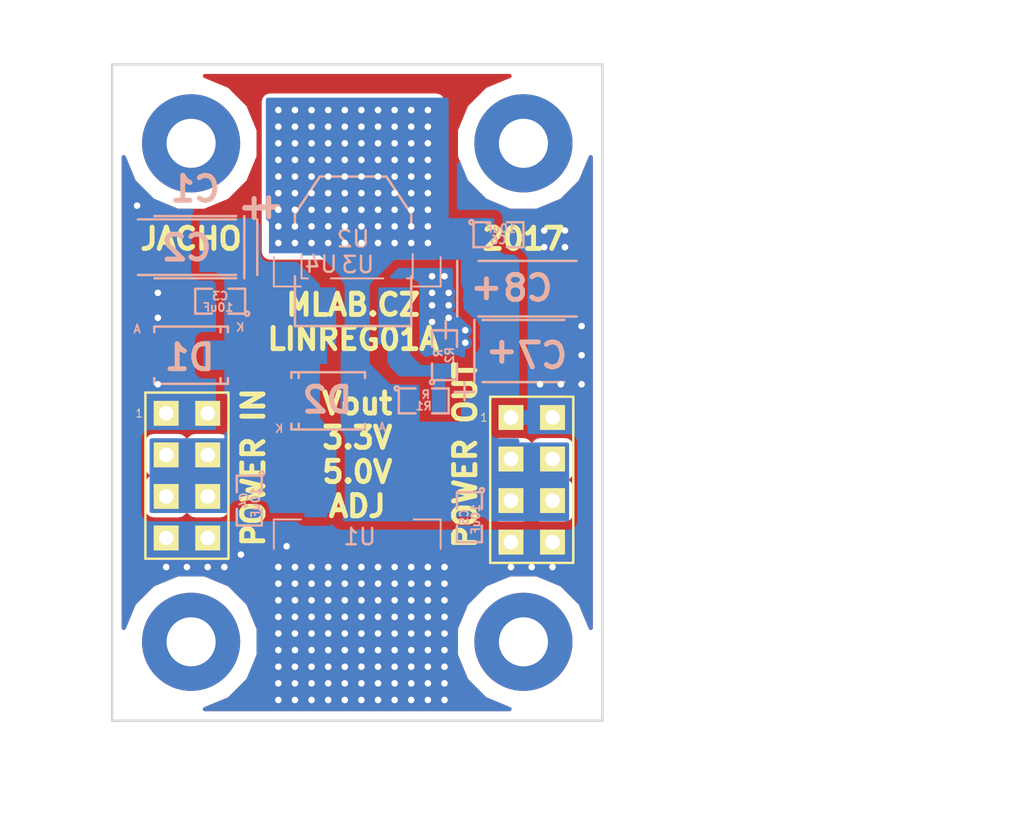
<source format=kicad_pcb>
(kicad_pcb (version 20170123) (host pcbnew "(2017-02-05 revision 431abcf)-makepkg")

  (general
    (links 49)
    (no_connects 0)
    (area -8.913285 -44.323 56.007001 6.858001)
    (thickness 1.6)
    (drawings 10)
    (tracks 291)
    (zones 0)
    (modules 22)
    (nets 5)
  )

  (page A4)
  (layers
    (0 F.Cu signal)
    (31 B.Cu signal)
    (32 B.Adhes user)
    (33 F.Adhes user)
    (34 B.Paste user)
    (35 F.Paste user)
    (36 B.SilkS user)
    (37 F.SilkS user)
    (38 B.Mask user)
    (39 F.Mask user)
    (40 Dwgs.User user)
    (41 Cmts.User user)
    (42 Eco1.User user)
    (43 Eco2.User user)
    (44 Edge.Cuts user)
    (45 Margin user)
    (46 B.CrtYd user)
    (47 F.CrtYd user)
    (48 B.Fab user)
    (49 F.Fab user)
  )

  (setup
    (last_trace_width 0.25)
    (user_trace_width 0.3)
    (user_trace_width 0.4)
    (user_trace_width 0.5)
    (user_trace_width 0.6)
    (user_trace_width 0.7)
    (user_trace_width 0.8)
    (user_trace_width 0.9)
    (trace_clearance 0.2)
    (zone_clearance 0.508)
    (zone_45_only no)
    (trace_min 0.2)
    (segment_width 0.2)
    (edge_width 0.15)
    (via_size 0.8)
    (via_drill 0.4)
    (via_min_size 0.4)
    (via_min_drill 0.3)
    (uvia_size 0.3)
    (uvia_drill 0.1)
    (uvias_allowed no)
    (uvia_min_size 0.2)
    (uvia_min_drill 0.1)
    (pcb_text_width 0.3)
    (pcb_text_size 1.5 1.5)
    (mod_edge_width 0.15)
    (mod_text_size 1 1)
    (mod_text_width 0.15)
    (pad_size 6 6)
    (pad_drill 3)
    (pad_to_mask_clearance 0.2)
    (solder_mask_min_width 0.2)
    (aux_axis_origin 0 0)
    (visible_elements 7FFFFF7F)
    (pcbplotparams
      (layerselection 0x010e0_ffffffff)
      (usegerberextensions false)
      (excludeedgelayer true)
      (linewidth 0.500000)
      (plotframeref false)
      (viasonmask false)
      (mode 1)
      (useauxorigin false)
      (hpglpennumber 1)
      (hpglpenspeed 20)
      (hpglpendiameter 15)
      (psnegative false)
      (psa4output false)
      (plotreference true)
      (plotvalue true)
      (plotinvisibletext false)
      (padsonsilk false)
      (subtractmaskfromsilk false)
      (outputformat 1)
      (mirror false)
      (drillshape 0)
      (scaleselection 1)
      (outputdirectory ../CAM_PROFI/))
  )

  (net 0 "")
  (net 1 VCC)
  (net 2 GND)
  (net 3 /OUT)
  (net 4 /ADJ)

  (net_class Default "Toto je výchozí třída sítě."
    (clearance 0.2)
    (trace_width 0.25)
    (via_dia 0.8)
    (via_drill 0.4)
    (uvia_dia 0.3)
    (uvia_drill 0.1)
    (add_net /ADJ)
    (add_net /OUT)
    (add_net GND)
    (add_net VCC)
  )

  (module Mlab_Mechanical:MountingHole_3mm placed (layer F.Cu) (tedit 5535DB2C) (tstamp 57D254A5)
    (at 5.08 -5.08)
    (descr "Mounting hole, Befestigungsbohrung, 3mm, No Annular, Kein Restring,")
    (tags "Mounting hole, Befestigungsbohrung, 3mm, No Annular, Kein Restring,")
    (path /57D299A2)
    (fp_text reference M1 (at 0 -4.191) (layer F.SilkS) hide
      (effects (font (thickness 0.3048)))
    )
    (fp_text value HOLE (at 0 4.191) (layer F.SilkS) hide
      (effects (font (thickness 0.3048)))
    )
    (fp_circle (center 0 0) (end 2.99974 0) (layer Cmts.User) (width 0.381))
    (pad 1 thru_hole circle (at 0 0) (size 6 6) (drill 3) (layers *.Cu *.Adhes *.Mask)
      (clearance 1) (zone_connect 2))
  )

  (module Mlab_Mechanical:MountingHole_3mm placed (layer F.Cu) (tedit 5535DB2C) (tstamp 57D254AA)
    (at 5.08 -35.56)
    (descr "Mounting hole, Befestigungsbohrung, 3mm, No Annular, Kein Restring,")
    (tags "Mounting hole, Befestigungsbohrung, 3mm, No Annular, Kein Restring,")
    (path /57D2A387)
    (fp_text reference M2 (at 0 -4.191) (layer F.SilkS) hide
      (effects (font (thickness 0.3048)))
    )
    (fp_text value HOLE (at 0 4.191) (layer F.SilkS) hide
      (effects (font (thickness 0.3048)))
    )
    (fp_circle (center 0 0) (end 2.99974 0) (layer Cmts.User) (width 0.381))
    (pad 1 thru_hole circle (at 0 0) (size 6 6) (drill 3) (layers *.Cu *.Adhes *.Mask)
      (clearance 1) (zone_connect 2))
  )

  (module Mlab_Mechanical:MountingHole_3mm placed (layer F.Cu) (tedit 5535DB2C) (tstamp 57D254AF)
    (at 25.4 -5.08)
    (descr "Mounting hole, Befestigungsbohrung, 3mm, No Annular, Kein Restring,")
    (tags "Mounting hole, Befestigungsbohrung, 3mm, No Annular, Kein Restring,")
    (path /57D2A075)
    (fp_text reference M3 (at 0 -4.191) (layer F.SilkS) hide
      (effects (font (thickness 0.3048)))
    )
    (fp_text value HOLE (at 0 4.191) (layer F.SilkS) hide
      (effects (font (thickness 0.3048)))
    )
    (fp_circle (center 0 0) (end 2.99974 0) (layer Cmts.User) (width 0.381))
    (pad 1 thru_hole circle (at 0 0) (size 6 6) (drill 3) (layers *.Cu *.Adhes *.Mask)
      (clearance 1) (zone_connect 2))
  )

  (module Mlab_Mechanical:MountingHole_3mm placed (layer F.Cu) (tedit 5535DB2C) (tstamp 57D254B4)
    (at 25.4 -35.56)
    (descr "Mounting hole, Befestigungsbohrung, 3mm, No Annular, Kein Restring,")
    (tags "Mounting hole, Befestigungsbohrung, 3mm, No Annular, Kein Restring,")
    (path /57D2A395)
    (fp_text reference M4 (at 0 -4.191) (layer F.SilkS) hide
      (effects (font (thickness 0.3048)))
    )
    (fp_text value HOLE (at 0 4.191) (layer F.SilkS) hide
      (effects (font (thickness 0.3048)))
    )
    (fp_circle (center 0 0) (end 2.99974 0) (layer Cmts.User) (width 0.381))
    (pad 1 thru_hole circle (at 0 0) (size 6 6) (drill 3) (layers *.Cu *.Adhes *.Mask)
      (clearance 1) (zone_connect 2))
  )

  (module Mlab_C:TantalC_SizeB_Reflow (layer B.Cu) (tedit 54BBE393) (tstamp 58B57E7E)
    (at 5.334 -29.21 180)
    (descr "Tantal Cap. , Size B, EIA-3528, Reflow,")
    (tags "Tantal Cap. , Size B, EIA-3528, Reflow,")
    (path /58B59B0F)
    (attr smd)
    (fp_text reference C1 (at 0 3.556 180) (layer B.SilkS)
      (effects (font (thickness 0.3048)) (justify mirror))
    )
    (fp_text value 10uF (at 0 -3.556 180) (layer B.SilkS) hide
      (effects (font (thickness 0.3048)) (justify mirror))
    )
    (fp_text user + (at -3.59918 2.49936 180) (layer B.SilkS)
      (effects (font (thickness 0.3048)) (justify mirror))
    )
    (fp_line (start -2.99974 1.89992) (end -2.99974 -1.89992) (layer B.SilkS) (width 0.15))
    (fp_line (start 2.49936 1.89992) (end -2.49936 1.89992) (layer B.SilkS) (width 0.15))
    (fp_line (start 2.49682 -1.89992) (end -2.5019 -1.89992) (layer B.SilkS) (width 0.15))
    (fp_line (start -3.60172 3.00228) (end -3.60172 1.90246) (layer B.SilkS) (width 0.15))
    (fp_line (start -4.20116 2.5019) (end -3.00228 2.5019) (layer B.SilkS) (width 0.15))
    (pad 2 smd rect (at 1.5494 0 180) (size 1.95072 2.49936) (layers B.Cu B.Paste B.Mask)
      (net 2 GND))
    (pad 1 smd rect (at -1.5494 0 180) (size 1.95072 2.49936) (layers B.Cu B.Paste B.Mask)
      (net 1 VCC))
    (model MLAB_3D/Capacitors/c_tant_B.wrl
      (at (xyz 0 0 0))
      (scale (xyz 1 1 1))
      (rotate (xyz 0 0 0))
    )
  )

  (module Mlab_C:TantalC_SizeC_Reflow (layer B.Cu) (tedit 564C624B) (tstamp 58B57E84)
    (at 4.826 -29.21 180)
    (descr "Tantal Cap. , Size C, EIA-6032, Reflow,")
    (tags "Tantal Cap. , Size C, EIA-6032, Reflow,")
    (path /58B59C29)
    (attr smd)
    (fp_text reference C2 (at 0.0127 -0.0381 180) (layer B.SilkS)
      (effects (font (thickness 0.3048)) (justify mirror))
    )
    (fp_text value 47uF (at -0.09906 -3.59918 180) (layer B.SilkS) hide
      (effects (font (thickness 0.3048)) (justify mirror))
    )
    (fp_line (start -4.30022 1.69926) (end -4.30022 -1.69926) (layer B.SilkS) (width 0.15))
    (fp_line (start 2.99974 -1.69926) (end -2.99974 -1.69926) (layer B.SilkS) (width 0.15))
    (fp_line (start 2.99974 1.69926) (end -2.99974 1.69926) (layer B.SilkS) (width 0.15))
    (fp_text user + (at -4.99872 2.55016 180) (layer B.SilkS)
      (effects (font (thickness 0.3048)) (justify mirror))
    )
    (fp_line (start -5.00126 3.05308) (end -5.00126 1.95326) (layer B.SilkS) (width 0.15))
    (fp_line (start -5.6007 2.5527) (end -4.40182 2.5527) (layer B.SilkS) (width 0.15))
    (pad 2 smd rect (at 2.52476 0 180) (size 2.55016 2.49936) (layers B.Cu B.Paste B.Mask)
      (net 2 GND))
    (pad 1 smd rect (at -2.52476 0 180) (size 2.55016 2.49936) (layers B.Cu B.Paste B.Mask)
      (net 1 VCC))
    (model MLAB_3D/Capacitors/c_tant_C.wrl
      (at (xyz 0 0 0))
      (scale (xyz 1 1 1))
      (rotate (xyz 0 0 180))
    )
  )

  (module Mlab_R:SMD-0805 (layer B.Cu) (tedit 54799E0C) (tstamp 58B57E8A)
    (at 6.858 -25.908 180)
    (path /58B68A84)
    (attr smd)
    (fp_text reference C3 (at 0 0.3175 180) (layer B.SilkS)
      (effects (font (size 0.50038 0.50038) (thickness 0.10922)) (justify mirror))
    )
    (fp_text value 10uF (at 0.127 -0.381 180) (layer B.SilkS)
      (effects (font (size 0.50038 0.50038) (thickness 0.10922)) (justify mirror))
    )
    (fp_circle (center -1.651 -0.762) (end -1.651 -0.635) (layer B.SilkS) (width 0.15))
    (fp_line (start -0.508 -0.762) (end -1.524 -0.762) (layer B.SilkS) (width 0.15))
    (fp_line (start -1.524 -0.762) (end -1.524 0.762) (layer B.SilkS) (width 0.15))
    (fp_line (start -1.524 0.762) (end -0.508 0.762) (layer B.SilkS) (width 0.15))
    (fp_line (start 0.508 0.762) (end 1.524 0.762) (layer B.SilkS) (width 0.15))
    (fp_line (start 1.524 0.762) (end 1.524 -0.762) (layer B.SilkS) (width 0.15))
    (fp_line (start 1.524 -0.762) (end 0.508 -0.762) (layer B.SilkS) (width 0.15))
    (pad 1 smd rect (at -0.9525 0 180) (size 0.889 1.397) (layers B.Cu B.Paste B.Mask)
      (net 1 VCC))
    (pad 2 smd rect (at 0.9525 0 180) (size 0.889 1.397) (layers B.Cu B.Paste B.Mask)
      (net 2 GND))
    (model MLAB_3D/Resistors/chip_cms.wrl
      (at (xyz 0 0 0))
      (scale (xyz 0.1 0.1 0.1))
      (rotate (xyz 0 0 0))
    )
  )

  (module Mlab_R:SMD-0805 (layer B.Cu) (tedit 54799E0C) (tstamp 58B57E90)
    (at 8.636 -13.716 270)
    (path /58B59C6F)
    (attr smd)
    (fp_text reference C4 (at 0 0.3175 270) (layer B.SilkS)
      (effects (font (size 0.50038 0.50038) (thickness 0.10922)) (justify mirror))
    )
    (fp_text value 10uF (at 0.127 -0.381 270) (layer B.SilkS)
      (effects (font (size 0.50038 0.50038) (thickness 0.10922)) (justify mirror))
    )
    (fp_circle (center -1.651 -0.762) (end -1.651 -0.635) (layer B.SilkS) (width 0.15))
    (fp_line (start -0.508 -0.762) (end -1.524 -0.762) (layer B.SilkS) (width 0.15))
    (fp_line (start -1.524 -0.762) (end -1.524 0.762) (layer B.SilkS) (width 0.15))
    (fp_line (start -1.524 0.762) (end -0.508 0.762) (layer B.SilkS) (width 0.15))
    (fp_line (start 0.508 0.762) (end 1.524 0.762) (layer B.SilkS) (width 0.15))
    (fp_line (start 1.524 0.762) (end 1.524 -0.762) (layer B.SilkS) (width 0.15))
    (fp_line (start 1.524 -0.762) (end 0.508 -0.762) (layer B.SilkS) (width 0.15))
    (pad 1 smd rect (at -0.9525 0 270) (size 0.889 1.397) (layers B.Cu B.Paste B.Mask)
      (net 1 VCC))
    (pad 2 smd rect (at 0.9525 0 270) (size 0.889 1.397) (layers B.Cu B.Paste B.Mask)
      (net 2 GND))
    (model MLAB_3D/Resistors/chip_cms.wrl
      (at (xyz 0 0 0))
      (scale (xyz 0.1 0.1 0.1))
      (rotate (xyz 0 0 0))
    )
  )

  (module Mlab_R:SMD-0805 (layer B.Cu) (tedit 54799E0C) (tstamp 58B57E96)
    (at 22.098 -12.7 270)
    (path /58B68E73)
    (attr smd)
    (fp_text reference C5 (at 0 0.3175 270) (layer B.SilkS)
      (effects (font (size 0.50038 0.50038) (thickness 0.10922)) (justify mirror))
    )
    (fp_text value 10uF (at 0.127 -0.381 270) (layer B.SilkS)
      (effects (font (size 0.50038 0.50038) (thickness 0.10922)) (justify mirror))
    )
    (fp_line (start 1.524 -0.762) (end 0.508 -0.762) (layer B.SilkS) (width 0.15))
    (fp_line (start 1.524 0.762) (end 1.524 -0.762) (layer B.SilkS) (width 0.15))
    (fp_line (start 0.508 0.762) (end 1.524 0.762) (layer B.SilkS) (width 0.15))
    (fp_line (start -1.524 0.762) (end -0.508 0.762) (layer B.SilkS) (width 0.15))
    (fp_line (start -1.524 -0.762) (end -1.524 0.762) (layer B.SilkS) (width 0.15))
    (fp_line (start -0.508 -0.762) (end -1.524 -0.762) (layer B.SilkS) (width 0.15))
    (fp_circle (center -1.651 -0.762) (end -1.651 -0.635) (layer B.SilkS) (width 0.15))
    (pad 2 smd rect (at 0.9525 0 270) (size 0.889 1.397) (layers B.Cu B.Paste B.Mask)
      (net 2 GND))
    (pad 1 smd rect (at -0.9525 0 270) (size 0.889 1.397) (layers B.Cu B.Paste B.Mask)
      (net 3 /OUT))
    (model MLAB_3D/Resistors/chip_cms.wrl
      (at (xyz 0 0 0))
      (scale (xyz 0.1 0.1 0.1))
      (rotate (xyz 0 0 0))
    )
  )

  (module Mlab_R:SMD-0805 (layer B.Cu) (tedit 54799E0C) (tstamp 58B57E9C)
    (at 23.876 -29.972)
    (path /58B5D7F3)
    (attr smd)
    (fp_text reference C6 (at 0 0.3175) (layer B.SilkS)
      (effects (font (size 0.50038 0.50038) (thickness 0.10922)) (justify mirror))
    )
    (fp_text value 10uF (at 0.127 -0.381) (layer B.SilkS)
      (effects (font (size 0.50038 0.50038) (thickness 0.10922)) (justify mirror))
    )
    (fp_line (start 1.524 -0.762) (end 0.508 -0.762) (layer B.SilkS) (width 0.15))
    (fp_line (start 1.524 0.762) (end 1.524 -0.762) (layer B.SilkS) (width 0.15))
    (fp_line (start 0.508 0.762) (end 1.524 0.762) (layer B.SilkS) (width 0.15))
    (fp_line (start -1.524 0.762) (end -0.508 0.762) (layer B.SilkS) (width 0.15))
    (fp_line (start -1.524 -0.762) (end -1.524 0.762) (layer B.SilkS) (width 0.15))
    (fp_line (start -0.508 -0.762) (end -1.524 -0.762) (layer B.SilkS) (width 0.15))
    (fp_circle (center -1.651 -0.762) (end -1.651 -0.635) (layer B.SilkS) (width 0.15))
    (pad 2 smd rect (at 0.9525 0) (size 0.889 1.397) (layers B.Cu B.Paste B.Mask)
      (net 2 GND))
    (pad 1 smd rect (at -0.9525 0) (size 0.889 1.397) (layers B.Cu B.Paste B.Mask)
      (net 3 /OUT))
    (model MLAB_3D/Resistors/chip_cms.wrl
      (at (xyz 0 0 0))
      (scale (xyz 0.1 0.1 0.1))
      (rotate (xyz 0 0 0))
    )
  )

  (module Mlab_C:TantalC_SizeB_Reflow (layer B.Cu) (tedit 58F5C004) (tstamp 58B57EA2)
    (at 25.4 -22.86)
    (descr "Tantal Cap. , Size B, EIA-3528, Reflow,")
    (tags "Tantal Cap. , Size B, EIA-3528, Reflow,")
    (path /58B608A4)
    (attr smd)
    (fp_text reference C7 (at 1.16 0.28) (layer B.SilkS)
      (effects (font (thickness 0.3048)) (justify mirror))
    )
    (fp_text value 10uF (at 0 -3.556) (layer B.SilkS) hide
      (effects (font (thickness 0.3048)) (justify mirror))
    )
    (fp_line (start -4.20116 2.5019) (end -3.00228 2.5019) (layer B.SilkS) (width 0.15))
    (fp_line (start -3.60172 3.00228) (end -3.60172 1.90246) (layer B.SilkS) (width 0.15))
    (fp_line (start 2.49682 -1.89992) (end -2.5019 -1.89992) (layer B.SilkS) (width 0.15))
    (fp_line (start 2.49936 1.89992) (end -2.49936 1.89992) (layer B.SilkS) (width 0.15))
    (fp_line (start -2.99974 1.89992) (end -2.99974 -1.89992) (layer B.SilkS) (width 0.15))
    (fp_text user + (at -1.32 -0.06) (layer B.SilkS)
      (effects (font (thickness 0.3048)) (justify mirror))
    )
    (pad 1 smd rect (at -1.5494 0) (size 1.95072 2.49936) (layers B.Cu B.Paste B.Mask)
      (net 3 /OUT))
    (pad 2 smd rect (at 1.5494 0) (size 1.95072 2.49936) (layers B.Cu B.Paste B.Mask)
      (net 2 GND))
    (model MLAB_3D/Capacitors/c_tant_B.wrl
      (at (xyz 0 0 0))
      (scale (xyz 1 1 1))
      (rotate (xyz 0 0 0))
    )
  )

  (module Mlab_C:TantalC_SizeC_Reflow (layer B.Cu) (tedit 58F5BF75) (tstamp 58B57EA8)
    (at 25.654 -26.67)
    (descr "Tantal Cap. , Size C, EIA-6032, Reflow,")
    (tags "Tantal Cap. , Size C, EIA-6032, Reflow,")
    (path /58B61074)
    (attr smd)
    (fp_text reference C8 (at 0.0127 -0.0381) (layer B.SilkS)
      (effects (font (thickness 0.3048)) (justify mirror))
    )
    (fp_text value 47uF (at -0.09906 -3.59918) (layer B.SilkS) hide
      (effects (font (thickness 0.3048)) (justify mirror))
    )
    (fp_line (start -5.6007 2.5527) (end -4.40182 2.5527) (layer B.SilkS) (width 0.15))
    (fp_line (start -5.00126 3.05308) (end -5.00126 1.95326) (layer B.SilkS) (width 0.15))
    (fp_text user + (at -2.514 -0.13) (layer B.SilkS)
      (effects (font (thickness 0.3048)) (justify mirror))
    )
    (fp_line (start 2.99974 1.69926) (end -2.99974 1.69926) (layer B.SilkS) (width 0.15))
    (fp_line (start 2.99974 -1.69926) (end -2.99974 -1.69926) (layer B.SilkS) (width 0.15))
    (fp_line (start -4.30022 1.69926) (end -4.30022 -1.69926) (layer B.SilkS) (width 0.15))
    (pad 1 smd rect (at -2.52476 0) (size 2.55016 2.49936) (layers B.Cu B.Paste B.Mask)
      (net 3 /OUT))
    (pad 2 smd rect (at 2.52476 0) (size 2.55016 2.49936) (layers B.Cu B.Paste B.Mask)
      (net 2 GND))
    (model MLAB_3D/Capacitors/c_tant_C.wrl
      (at (xyz 0 0 0))
      (scale (xyz 1 1 1))
      (rotate (xyz 0 0 180))
    )
  )

  (module Mlab_D:Diode-SMA_Standard (layer B.Cu) (tedit 58F5C00B) (tstamp 58B57EAE)
    (at 5.08 -22.606)
    (descr "Diode SMA")
    (tags "Diode SMA")
    (path /58B5881C)
    (attr smd)
    (fp_text reference D1 (at -0.09 0.136) (layer B.SilkS)
      (effects (font (thickness 0.3048)) (justify mirror))
    )
    (fp_text value M4 (at 0 -3.81) (layer B.SilkS) hide
      (effects (font (thickness 0.3048)) (justify mirror))
    )
    (fp_text user A (at -3.29946 -1.6002) (layer B.SilkS)
      (effects (font (size 0.50038 0.50038) (thickness 0.09906)) (justify mirror))
    )
    (fp_text user K (at 2.99974 -1.69926) (layer B.SilkS)
      (effects (font (size 0.50038 0.50038) (thickness 0.09906)) (justify mirror))
    )
    (fp_circle (center 0 0) (end 0.20066 0.0508) (layer B.Adhes) (width 0.381))
    (fp_line (start 1.80086 -1.75006) (end 1.80086 -1.39954) (layer B.SilkS) (width 0.15))
    (fp_line (start 1.80086 1.75006) (end 1.80086 1.39954) (layer B.SilkS) (width 0.15))
    (fp_line (start 2.25044 -1.75006) (end 2.25044 -1.39954) (layer B.SilkS) (width 0.15))
    (fp_line (start -2.25044 -1.75006) (end -2.25044 -1.39954) (layer B.SilkS) (width 0.15))
    (fp_line (start -2.25044 1.75006) (end -2.25044 1.39954) (layer B.SilkS) (width 0.15))
    (fp_line (start 2.25044 1.75006) (end 2.25044 1.39954) (layer B.SilkS) (width 0.15))
    (fp_line (start -2.25044 -1.75006) (end 2.25044 -1.75006) (layer B.SilkS) (width 0.15))
    (fp_line (start -2.25044 1.75006) (end 2.25044 1.75006) (layer B.SilkS) (width 0.15))
    (pad 2 smd rect (at -1.99898 0) (size 2.49936 1.80086) (layers B.Cu B.Paste B.Mask)
      (net 2 GND))
    (pad 1 smd rect (at 1.99898 0) (size 2.49936 1.80086) (layers B.Cu B.Paste B.Mask)
      (net 1 VCC))
    (model MLAB_3D/Diodes/SMA.wrl
      (at (xyz 0 0 0))
      (scale (xyz 0.3937 0.3937 0.3937))
      (rotate (xyz 0 0 0))
    )
  )

  (module Mlab_D:Diode-SMA_Standard (layer B.Cu) (tedit 58F5C015) (tstamp 58B57EB4)
    (at 13.462 -19.812 180)
    (descr "Diode SMA")
    (tags "Diode SMA")
    (path /58B56CF4)
    (attr smd)
    (fp_text reference D2 (at 0.052 0.058 180) (layer B.SilkS)
      (effects (font (thickness 0.3048)) (justify mirror))
    )
    (fp_text value M4 (at 0 -3.81 180) (layer B.SilkS) hide
      (effects (font (thickness 0.3048)) (justify mirror))
    )
    (fp_line (start -2.25044 1.75006) (end 2.25044 1.75006) (layer B.SilkS) (width 0.15))
    (fp_line (start -2.25044 -1.75006) (end 2.25044 -1.75006) (layer B.SilkS) (width 0.15))
    (fp_line (start 2.25044 1.75006) (end 2.25044 1.39954) (layer B.SilkS) (width 0.15))
    (fp_line (start -2.25044 1.75006) (end -2.25044 1.39954) (layer B.SilkS) (width 0.15))
    (fp_line (start -2.25044 -1.75006) (end -2.25044 -1.39954) (layer B.SilkS) (width 0.15))
    (fp_line (start 2.25044 -1.75006) (end 2.25044 -1.39954) (layer B.SilkS) (width 0.15))
    (fp_line (start 1.80086 1.75006) (end 1.80086 1.39954) (layer B.SilkS) (width 0.15))
    (fp_line (start 1.80086 -1.75006) (end 1.80086 -1.39954) (layer B.SilkS) (width 0.15))
    (fp_circle (center 0 0) (end 0.20066 0.0508) (layer B.Adhes) (width 0.381))
    (fp_text user K (at 2.99974 -1.69926 180) (layer B.SilkS)
      (effects (font (size 0.50038 0.50038) (thickness 0.09906)) (justify mirror))
    )
    (fp_text user A (at -3.29946 -1.6002 180) (layer B.SilkS)
      (effects (font (size 0.50038 0.50038) (thickness 0.09906)) (justify mirror))
    )
    (pad 1 smd rect (at 1.99898 0 180) (size 2.49936 1.80086) (layers B.Cu B.Paste B.Mask)
      (net 1 VCC))
    (pad 2 smd rect (at -1.99898 0 180) (size 2.49936 1.80086) (layers B.Cu B.Paste B.Mask)
      (net 3 /OUT))
    (model MLAB_3D/Diodes/SMA.wrl
      (at (xyz 0 0 0))
      (scale (xyz 0.3937 0.3937 0.3937))
      (rotate (xyz 0 0 0))
    )
  )

  (module Mlab_Pin_Headers:Straight_2x04 (layer F.Cu) (tedit 5535DB57) (tstamp 58B57EC0)
    (at 4.826 -15.24)
    (descr "pin header straight 2x04")
    (tags "pin header straight 2x04")
    (path /58B57579)
    (fp_text reference J1 (at 0 -6.35) (layer F.SilkS) hide
      (effects (font (size 1.5 1.5) (thickness 0.15)))
    )
    (fp_text value HEADER_2x04_PARALLEL (at 0 6.35) (layer F.SilkS) hide
      (effects (font (size 1.5 1.5) (thickness 0.15)))
    )
    (fp_text user 1 (at -2.921 -3.81) (layer F.SilkS)
      (effects (font (size 0.5 0.5) (thickness 0.05)))
    )
    (fp_line (start -2.54 -5.08) (end 2.54 -5.08) (layer F.SilkS) (width 0.15))
    (fp_line (start 2.54 -5.08) (end 2.54 5.08) (layer F.SilkS) (width 0.15))
    (fp_line (start 2.54 5.08) (end -2.54 5.08) (layer F.SilkS) (width 0.15))
    (fp_line (start -2.54 5.08) (end -2.54 -5.08) (layer F.SilkS) (width 0.15))
    (pad 1 thru_hole rect (at -1.27 -3.81) (size 1.524 1.524) (drill 0.889) (layers *.Cu *.Mask F.SilkS)
      (net 2 GND))
    (pad 2 thru_hole rect (at 1.27 -3.81) (size 1.524 1.524) (drill 0.889) (layers *.Cu *.Mask F.SilkS)
      (net 2 GND))
    (pad 3 thru_hole rect (at -1.27 -1.27) (size 1.524 1.524) (drill 0.889) (layers *.Cu *.Mask F.SilkS)
      (net 1 VCC))
    (pad 4 thru_hole rect (at 1.27 -1.27) (size 1.524 1.524) (drill 0.889) (layers *.Cu *.Mask F.SilkS)
      (net 1 VCC))
    (pad 5 thru_hole rect (at -1.27 1.27) (size 1.524 1.524) (drill 0.889) (layers *.Cu *.Mask F.SilkS)
      (net 1 VCC))
    (pad 6 thru_hole rect (at 1.27 1.27) (size 1.524 1.524) (drill 0.889) (layers *.Cu *.Mask F.SilkS)
      (net 1 VCC))
    (pad 7 thru_hole rect (at -1.27 3.81) (size 1.524 1.524) (drill 0.889) (layers *.Cu *.Mask F.SilkS)
      (net 2 GND))
    (pad 8 thru_hole rect (at 1.27 3.81) (size 1.524 1.524) (drill 0.889) (layers *.Cu *.Mask F.SilkS)
      (net 2 GND))
    (model Pin_Headers/Pin_Header_Straight_2x04.wrl
      (at (xyz 0 0 0))
      (scale (xyz 1 1 1))
      (rotate (xyz 0 0 90))
    )
  )

  (module Mlab_Pin_Headers:Straight_2x04 (layer F.Cu) (tedit 5535DB57) (tstamp 58B57ECC)
    (at 25.908 -14.986)
    (descr "pin header straight 2x04")
    (tags "pin header straight 2x04")
    (path /58B626BB)
    (fp_text reference J2 (at 0 -6.35) (layer F.SilkS) hide
      (effects (font (size 1.5 1.5) (thickness 0.15)))
    )
    (fp_text value HEADER_2x04_PARALLEL (at 0 6.35) (layer F.SilkS) hide
      (effects (font (size 1.5 1.5) (thickness 0.15)))
    )
    (fp_line (start -2.54 5.08) (end -2.54 -5.08) (layer F.SilkS) (width 0.15))
    (fp_line (start 2.54 5.08) (end -2.54 5.08) (layer F.SilkS) (width 0.15))
    (fp_line (start 2.54 -5.08) (end 2.54 5.08) (layer F.SilkS) (width 0.15))
    (fp_line (start -2.54 -5.08) (end 2.54 -5.08) (layer F.SilkS) (width 0.15))
    (fp_text user 1 (at -2.921 -3.81) (layer F.SilkS)
      (effects (font (size 0.5 0.5) (thickness 0.05)))
    )
    (pad 8 thru_hole rect (at 1.27 3.81) (size 1.524 1.524) (drill 0.889) (layers *.Cu *.Mask F.SilkS)
      (net 2 GND))
    (pad 7 thru_hole rect (at -1.27 3.81) (size 1.524 1.524) (drill 0.889) (layers *.Cu *.Mask F.SilkS)
      (net 2 GND))
    (pad 6 thru_hole rect (at 1.27 1.27) (size 1.524 1.524) (drill 0.889) (layers *.Cu *.Mask F.SilkS)
      (net 3 /OUT))
    (pad 5 thru_hole rect (at -1.27 1.27) (size 1.524 1.524) (drill 0.889) (layers *.Cu *.Mask F.SilkS)
      (net 3 /OUT))
    (pad 4 thru_hole rect (at 1.27 -1.27) (size 1.524 1.524) (drill 0.889) (layers *.Cu *.Mask F.SilkS)
      (net 3 /OUT))
    (pad 3 thru_hole rect (at -1.27 -1.27) (size 1.524 1.524) (drill 0.889) (layers *.Cu *.Mask F.SilkS)
      (net 3 /OUT))
    (pad 2 thru_hole rect (at 1.27 -3.81) (size 1.524 1.524) (drill 0.889) (layers *.Cu *.Mask F.SilkS)
      (net 2 GND))
    (pad 1 thru_hole rect (at -1.27 -3.81) (size 1.524 1.524) (drill 0.889) (layers *.Cu *.Mask F.SilkS)
      (net 2 GND))
    (model Pin_Headers/Pin_Header_Straight_2x04.wrl
      (at (xyz 0 0 0))
      (scale (xyz 1 1 1))
      (rotate (xyz 0 0 90))
    )
  )

  (module Mlab_R:SMD-0805 (layer B.Cu) (tedit 54799E0C) (tstamp 58B57ED2)
    (at 19.304 -19.812)
    (path /58B5C539)
    (attr smd)
    (fp_text reference R1 (at 0 0.3175) (layer B.SilkS)
      (effects (font (size 0.50038 0.50038) (thickness 0.10922)) (justify mirror))
    )
    (fp_text value R (at 0.127 -0.381) (layer B.SilkS)
      (effects (font (size 0.50038 0.50038) (thickness 0.10922)) (justify mirror))
    )
    (fp_line (start 1.524 -0.762) (end 0.508 -0.762) (layer B.SilkS) (width 0.15))
    (fp_line (start 1.524 0.762) (end 1.524 -0.762) (layer B.SilkS) (width 0.15))
    (fp_line (start 0.508 0.762) (end 1.524 0.762) (layer B.SilkS) (width 0.15))
    (fp_line (start -1.524 0.762) (end -0.508 0.762) (layer B.SilkS) (width 0.15))
    (fp_line (start -1.524 -0.762) (end -1.524 0.762) (layer B.SilkS) (width 0.15))
    (fp_line (start -0.508 -0.762) (end -1.524 -0.762) (layer B.SilkS) (width 0.15))
    (fp_circle (center -1.651 -0.762) (end -1.651 -0.635) (layer B.SilkS) (width 0.15))
    (pad 2 smd rect (at 0.9525 0) (size 0.889 1.397) (layers B.Cu B.Paste B.Mask)
      (net 4 /ADJ))
    (pad 1 smd rect (at -0.9525 0) (size 0.889 1.397) (layers B.Cu B.Paste B.Mask)
      (net 3 /OUT))
    (model MLAB_3D/Resistors/chip_cms.wrl
      (at (xyz 0 0 0))
      (scale (xyz 0.1 0.1 0.1))
      (rotate (xyz 0 0 0))
    )
  )

  (module Mlab_R:SMD-0805 (layer B.Cu) (tedit 54799E0C) (tstamp 58B57ED8)
    (at 20.574 -22.606 90)
    (path /58B5C87E)
    (attr smd)
    (fp_text reference R2 (at 0 0.3175 90) (layer B.SilkS)
      (effects (font (size 0.50038 0.50038) (thickness 0.10922)) (justify mirror))
    )
    (fp_text value R (at 0.127 -0.381 90) (layer B.SilkS)
      (effects (font (size 0.50038 0.50038) (thickness 0.10922)) (justify mirror))
    )
    (fp_circle (center -1.651 -0.762) (end -1.651 -0.635) (layer B.SilkS) (width 0.15))
    (fp_line (start -0.508 -0.762) (end -1.524 -0.762) (layer B.SilkS) (width 0.15))
    (fp_line (start -1.524 -0.762) (end -1.524 0.762) (layer B.SilkS) (width 0.15))
    (fp_line (start -1.524 0.762) (end -0.508 0.762) (layer B.SilkS) (width 0.15))
    (fp_line (start 0.508 0.762) (end 1.524 0.762) (layer B.SilkS) (width 0.15))
    (fp_line (start 1.524 0.762) (end 1.524 -0.762) (layer B.SilkS) (width 0.15))
    (fp_line (start 1.524 -0.762) (end 0.508 -0.762) (layer B.SilkS) (width 0.15))
    (pad 1 smd rect (at -0.9525 0 90) (size 0.889 1.397) (layers B.Cu B.Paste B.Mask)
      (net 4 /ADJ))
    (pad 2 smd rect (at 0.9525 0 90) (size 0.889 1.397) (layers B.Cu B.Paste B.Mask)
      (net 2 GND))
    (model MLAB_3D/Resistors/chip_cms.wrl
      (at (xyz 0 0 0))
      (scale (xyz 0.1 0.1 0.1))
      (rotate (xyz 0 0 0))
    )
  )

  (module Mlab_IO:D2PAK-TO-263-2Lead (layer B.Cu) (tedit 58F5C034) (tstamp 58B57EEE)
    (at 15.24 -10.414 270)
    (descr "D2PAK / TO-263 3-lead smd package")
    (tags "D2PAK D2PAK-3 TO-263AB TO-263")
    (path /58B5395C)
    (attr smd)
    (fp_text reference U1 (at -1.086 -0.15 180) (layer B.SilkS)
      (effects (font (size 1 1) (thickness 0.15)) (justify mirror))
    )
    (fp_text value L78_DPAK_D2PAK (at 0 -6.45 270) (layer B.Fab)
      (effects (font (size 1 1) (thickness 0.15)) (justify mirror))
    )
    (fp_line (start -2.15 -3.45) (end -2.15 -5.1) (layer B.SilkS) (width 0.12))
    (fp_line (start -2.15 -5.1) (end -0.35 -5.1) (layer B.SilkS) (width 0.12))
    (fp_line (start -0.35 5.1) (end -2.15 5.1) (layer B.SilkS) (width 0.12))
    (fp_line (start -2.15 5.1) (end -2.15 3.45) (layer B.SilkS) (width 0.12))
    (fp_line (start 6.95 -5) (end 8.15 -5) (layer B.Fab) (width 0.1))
    (fp_line (start 8.15 -5) (end 8.15 5) (layer B.Fab) (width 0.1))
    (fp_line (start 8.15 5) (end 6.95 5) (layer B.Fab) (width 0.1))
    (fp_line (start -2.05 5) (end -2.05 -5) (layer B.Fab) (width 0.1))
    (fp_line (start -2.05 -5) (end 6.95 -5) (layer B.Fab) (width 0.1))
    (fp_line (start 6.95 -5) (end 6.95 5) (layer B.Fab) (width 0.1))
    (fp_line (start 6.95 5) (end -2.05 5) (layer B.Fab) (width 0.1))
    (fp_line (start 9.55 -5.65) (end -7.15 -5.65) (layer B.CrtYd) (width 0.05))
    (fp_line (start 9.55 5.65) (end 9.55 -5.65) (layer B.CrtYd) (width 0.05))
    (fp_line (start 9.55 5.65) (end -7.15 5.65) (layer B.CrtYd) (width 0.05))
    (fp_line (start -7.15 5.65) (end -7.15 -5.65) (layer B.CrtYd) (width 0.05))
    (pad 4 smd rect (at 4.58 0 270) (size 9.4 10.8) (layers B.Cu B.Paste B.Mask)
      (net 2 GND))
    (pad 3 smd rect (at -4.58 -2.54 270) (size 4.6 1.39) (layers B.Cu B.Paste B.Mask)
      (net 3 /OUT))
    (pad 1 smd rect (at -4.58 2.54 270) (size 4.6 1.39) (layers B.Cu B.Paste B.Mask)
      (net 1 VCC))
    (model TO_SOT_Packages_SMD.3dshapes/TO-263-3Lead.wrl
      (at (xyz -0.18 0 0))
      (scale (xyz 1 1 1))
      (rotate (xyz 0 0 90))
    )
  )

  (module Mlab_IO:SOT-223 (layer B.Cu) (tedit 0) (tstamp 58B57EFE)
    (at 14.986 -28.956 180)
    (descr "module CMS SOT223 4 pins")
    (tags "CMS SOT")
    (path /58B538F0)
    (attr smd)
    (fp_text reference U2 (at 0 0.762 180) (layer B.SilkS)
      (effects (font (size 1 1) (thickness 0.15)) (justify mirror))
    )
    (fp_text value LM1117_ADJ_SOT (at 0 -0.762 180) (layer B.Fab)
      (effects (font (size 1 1) (thickness 0.15)) (justify mirror))
    )
    (fp_line (start -3.556 -1.524) (end -3.556 -4.572) (layer B.SilkS) (width 0.15))
    (fp_line (start -3.556 -4.572) (end 3.556 -4.572) (layer B.SilkS) (width 0.15))
    (fp_line (start 3.556 -4.572) (end 3.556 -1.524) (layer B.SilkS) (width 0.15))
    (fp_line (start -3.556 1.524) (end -3.556 2.286) (layer B.SilkS) (width 0.15))
    (fp_line (start -3.556 2.286) (end -2.032 4.572) (layer B.SilkS) (width 0.15))
    (fp_line (start -2.032 4.572) (end 2.032 4.572) (layer B.SilkS) (width 0.15))
    (fp_line (start 2.032 4.572) (end 3.556 2.286) (layer B.SilkS) (width 0.15))
    (fp_line (start 3.556 2.286) (end 3.556 1.524) (layer B.SilkS) (width 0.15))
    (pad 4 smd rect (at 0 3.302 180) (size 3.6576 2.032) (layers B.Cu B.Paste B.Mask)
      (net 3 /OUT))
    (pad 2 smd rect (at 0 -3.302 180) (size 1.016 2.032) (layers B.Cu B.Paste B.Mask)
      (net 3 /OUT))
    (pad 3 smd rect (at 2.286 -3.302 180) (size 1.016 2.032) (layers B.Cu B.Paste B.Mask)
      (net 1 VCC))
    (pad 1 smd rect (at -2.286 -3.302 180) (size 1.016 2.032) (layers B.Cu B.Paste B.Mask)
      (net 4 /ADJ))
    (model TO_SOT_Packages_SMD.3dshapes/SOT-223.wrl
      (at (xyz 0 0 0))
      (scale (xyz 0.4 0.4 0.4))
      (rotate (xyz 0 0 0))
    )
  )

  (module Mlab_IO:D2PAK-TO-263-2Lead (layer B.Cu) (tedit 58F5BFD2) (tstamp 58B57F14)
    (at 15.24 -28.956 90)
    (descr "D2PAK / TO-263 3-lead smd package")
    (tags "D2PAK D2PAK-3 TO-263AB TO-263")
    (path /58B5B96C)
    (attr smd)
    (fp_text reference U3 (at -0.816 0.04) (layer B.SilkS)
      (effects (font (size 1 1) (thickness 0.15)) (justify mirror))
    )
    (fp_text value LM317M_LM217_DPAK_D2PAK (at 0 -6.45 90) (layer B.Fab) hide
      (effects (font (size 1 1) (thickness 0.15)) (justify mirror))
    )
    (fp_line (start -7.15 5.65) (end -7.15 -5.65) (layer B.CrtYd) (width 0.05))
    (fp_line (start 9.55 5.65) (end -7.15 5.65) (layer B.CrtYd) (width 0.05))
    (fp_line (start 9.55 5.65) (end 9.55 -5.65) (layer B.CrtYd) (width 0.05))
    (fp_line (start 9.55 -5.65) (end -7.15 -5.65) (layer B.CrtYd) (width 0.05))
    (fp_line (start 6.95 5) (end -2.05 5) (layer B.Fab) (width 0.1))
    (fp_line (start 6.95 -5) (end 6.95 5) (layer B.Fab) (width 0.1))
    (fp_line (start -2.05 -5) (end 6.95 -5) (layer B.Fab) (width 0.1))
    (fp_line (start -2.05 5) (end -2.05 -5) (layer B.Fab) (width 0.1))
    (fp_line (start 8.15 5) (end 6.95 5) (layer B.Fab) (width 0.1))
    (fp_line (start 8.15 -5) (end 8.15 5) (layer B.Fab) (width 0.1))
    (fp_line (start 6.95 -5) (end 8.15 -5) (layer B.Fab) (width 0.1))
    (fp_line (start -2.15 5.1) (end -2.15 3.45) (layer B.SilkS) (width 0.12))
    (fp_line (start -0.35 5.1) (end -2.15 5.1) (layer B.SilkS) (width 0.12))
    (fp_line (start -2.15 -5.1) (end -0.35 -5.1) (layer B.SilkS) (width 0.12))
    (fp_line (start -2.15 -3.45) (end -2.15 -5.1) (layer B.SilkS) (width 0.12))
    (pad 1 smd rect (at -4.58 2.54 90) (size 4.6 1.39) (layers B.Cu B.Paste B.Mask)
      (net 4 /ADJ))
    (pad 3 smd rect (at -4.58 -2.54 90) (size 4.6 1.39) (layers B.Cu B.Paste B.Mask)
      (net 1 VCC))
    (pad 4 smd rect (at 4.58 0 90) (size 9.4 10.8) (layers B.Cu B.Paste B.Mask)
      (net 3 /OUT))
    (model TO_SOT_Packages_SMD.3dshapes/TO-263-3Lead.wrl
      (at (xyz -0.18 0 0))
      (scale (xyz 1 1 1))
      (rotate (xyz 0 0 90))
    )
  )

  (module Mlab_IO:DPAK-TO-252-2Lead (layer B.Cu) (tedit 58F5BFF0) (tstamp 58B57F31)
    (at 15.24 -28.702 90)
    (descr "TO-252-2Lead DPAK")
    (path /58B67DA3)
    (attr smd)
    (fp_text reference U4 (at -0.542 -2.21 180) (layer B.SilkS)
      (effects (font (size 1 1) (thickness 0.15)) (justify mirror))
    )
    (fp_text value LM317M_LM217_DPAK_D2PAK (at 0.25 -4.81 90) (layer B.Fab) hide
      (effects (font (size 1 1) (thickness 0.15)) (justify mirror))
    )
    (fp_line (start -5.7 -3.76) (end -5.7 3.74) (layer B.CrtYd) (width 0.05))
    (fp_line (start -5.7 -3.76) (end 7.45 -3.76) (layer B.CrtYd) (width 0.05))
    (fp_line (start 7.45 3.74) (end -5.7 3.74) (layer B.CrtYd) (width 0.05))
    (fp_line (start 7.45 3.74) (end 7.45 -3.76) (layer B.CrtYd) (width 0.05))
    (fp_line (start -1.32 -3.36) (end -1.32 3.34) (layer B.Fab) (width 0.1))
    (fp_line (start 4.67 3.34) (end -1.32 3.34) (layer B.Fab) (width 0.1))
    (fp_line (start 4.67 -3.36) (end 4.67 3.34) (layer B.Fab) (width 0.1))
    (fp_line (start -1.32 -3.36) (end 4.67 -3.36) (layer B.Fab) (width 0.1))
    (fp_line (start -1.32 2.86) (end -4.23 2.86) (layer B.Fab) (width 0.1))
    (fp_line (start -4.23 1.72) (end -1.32 1.72) (layer B.Fab) (width 0.1))
    (fp_line (start -4.23 2.86) (end -4.23 1.72) (layer B.Fab) (width 0.1))
    (fp_line (start -4.23 -1.74) (end -4.23 -2.88) (layer B.Fab) (width 0.1))
    (fp_line (start -4.23 -2.88) (end -1.32 -2.88) (layer B.Fab) (width 0.1))
    (fp_line (start -1.32 -1.74) (end -4.23 -1.74) (layer B.Fab) (width 0.1))
    (fp_line (start 5.88 -2.72) (end 4.67 -2.72) (layer B.Fab) (width 0.1))
    (fp_line (start 5.88 2.7) (end 5.88 -2.72) (layer B.Fab) (width 0.1))
    (fp_line (start 4.68 2.7) (end 5.88 2.7) (layer B.Fab) (width 0.1))
    (fp_line (start -1.4 -3.41) (end -1.4 -3.01) (layer B.SilkS) (width 0.12))
    (fp_line (start 0.1 -3.41) (end -1.4 -3.41) (layer B.SilkS) (width 0.12))
    (fp_line (start -1.4 -1.61) (end -1.4 1.59) (layer B.SilkS) (width 0.12))
    (fp_line (start -1.4 3.39) (end 0.1 3.39) (layer B.SilkS) (width 0.12))
    (fp_line (start -1.4 3.04) (end -1.4 3.39) (layer B.SilkS) (width 0.12))
    (pad 4 smd rect (at 3.7 -0.01 180) (size 7 7) (layers B.Cu B.Paste B.Mask)
      (net 3 /OUT))
    (pad 3 smd rect (at -3.7 -2.29 180) (size 2 3.5) (layers B.Cu B.Paste B.Mask)
      (net 1 VCC))
    (pad 1 smd rect (at -3.7 2.29 180) (size 2 3.5) (layers B.Cu B.Paste B.Mask)
      (net 4 /ADJ))
    (model TO_SOT_Packages_SMD.3dshapes\TO-252-2Lead.wrl
      (at (xyz -0.1377952755905512 0 0))
      (scale (xyz 1 1 1))
      (rotate (xyz 0 0 90))
    )
  )

  (gr_text "POWER OUT" (at 21.844 -16.51 90) (layer F.SilkS) (tstamp 58B66CC2)
    (effects (font (size 1.3 1.3) (thickness 0.3)))
  )
  (gr_text "MLAB.CZ\nLINREG01A" (at 14.986 -24.638) (layer F.SilkS) (tstamp 58B66C2A)
    (effects (font (size 1.3 1.3) (thickness 0.3)))
  )
  (gr_text 2017 (at 25.4 -29.718) (layer F.SilkS)
    (effects (font (size 1.3 1.3) (thickness 0.3)))
  )
  (gr_text JACHO (at 5.08 -29.718) (layer F.SilkS)
    (effects (font (size 1.3 1.3) (thickness 0.3)))
  )
  (gr_text "Vout\n3.3V\n5.0V\nADJ\n" (at 15.24 -16.51) (layer F.SilkS)
    (effects (font (size 1.3 1.3) (thickness 0.3)))
  )
  (gr_text "POWER IN" (at 8.89 -15.748 90) (layer F.SilkS)
    (effects (font (size 1.3 1.3) (thickness 0.3)))
  )
  (gr_line (start 0.254 -40.386) (end 30.226 -40.386) (angle 90) (layer Edge.Cuts) (width 0.15))
  (gr_line (start 30.226 -0.254) (end 30.226 -40.386) (angle 90) (layer Edge.Cuts) (width 0.15))
  (gr_line (start 0.254 -0.254) (end 30.226 -0.254) (angle 90) (layer Edge.Cuts) (width 0.15))
  (gr_line (start 0.254 -40.386) (end 0.254 -0.254) (angle 90) (layer Edge.Cuts) (width 0.15))

  (segment (start 7.8105 -25.908) (end 7.8105 -23.33752) (width 0.5) (layer B.Cu) (net 1))
  (segment (start 7.8105 -23.33752) (end 7.07898 -22.606) (width 0.5) (layer B.Cu) (net 1))
  (segment (start 10.7315 -10.922) (end 10.922 -10.922) (width 0.25) (layer B.Cu) (net 2))
  (segment (start 8.89 -12.7635) (end 10.7315 -10.922) (width 0.25) (layer B.Cu) (net 2))
  (segment (start 10.102315 -11.176) (end 10.356315 -10.922) (width 0.5) (layer B.Cu) (net 2))
  (segment (start 8.636 -12.7635) (end 8.89 -12.7635) (width 0.25) (layer B.Cu) (net 2))
  (segment (start 8.128 -10.414) (end 8.89 -11.176) (width 0.5) (layer B.Cu) (net 2))
  (segment (start 10.356315 -10.922) (end 10.922 -10.922) (width 0.5) (layer B.Cu) (net 2))
  (segment (start 8.89 -11.176) (end 10.102315 -11.176) (width 0.5) (layer B.Cu) (net 2))
  (segment (start 8.128 -10.922) (end 8.382 -11.176) (width 0.5) (layer B.Cu) (net 2))
  (segment (start 8.382 -11.176) (end 10.102315 -11.176) (width 0.5) (layer B.Cu) (net 2))
  (via (at 10.922 -10.922) (size 0.8) (drill 0.4) (layers F.Cu B.Cu) (net 2))
  (via (at 20.574 -9.652) (size 0.8) (drill 0.4) (layers F.Cu B.Cu) (net 2) (tstamp 58B66B4E))
  (via (at 20.574 -8.636) (size 0.8) (drill 0.4) (layers F.Cu B.Cu) (net 2) (tstamp 58B66B4C))
  (via (at 19.558 -8.636) (size 0.8) (drill 0.4) (layers F.Cu B.Cu) (net 2) (tstamp 58B66B4A))
  (via (at 19.558 -9.652) (size 0.8) (drill 0.4) (layers F.Cu B.Cu) (net 2) (tstamp 58B66B47))
  (via (at 18.542 -9.652) (size 0.8) (drill 0.4) (layers F.Cu B.Cu) (net 2) (tstamp 58B66B46))
  (via (at 18.542 -8.636) (size 0.8) (drill 0.4) (layers F.Cu B.Cu) (net 2) (tstamp 58B66B44))
  (via (at 17.526 -8.636) (size 0.8) (drill 0.4) (layers F.Cu B.Cu) (net 2) (tstamp 58B66B43))
  (via (at 17.526 -9.652) (size 0.8) (drill 0.4) (layers F.Cu B.Cu) (net 2) (tstamp 58B66B41))
  (via (at 16.51 -9.652) (size 0.8) (drill 0.4) (layers F.Cu B.Cu) (net 2) (tstamp 58B66B3F))
  (via (at 16.51 -8.636) (size 0.8) (drill 0.4) (layers F.Cu B.Cu) (net 2) (tstamp 58B66B3D))
  (via (at 15.494 -8.636) (size 0.8) (drill 0.4) (layers F.Cu B.Cu) (net 2) (tstamp 58B66B3C))
  (via (at 15.494 -9.652) (size 0.8) (drill 0.4) (layers F.Cu B.Cu) (net 2) (tstamp 58B66B20))
  (via (at 14.478 -9.652) (size 0.8) (drill 0.4) (layers F.Cu B.Cu) (net 2) (tstamp 58B66B1E))
  (via (at 14.478 -8.636) (size 0.8) (drill 0.4) (layers F.Cu B.Cu) (net 2) (tstamp 58B66B1D))
  (via (at 13.462 -8.636) (size 0.8) (drill 0.4) (layers F.Cu B.Cu) (net 2) (tstamp 58B66B1B))
  (via (at 13.462 -9.652) (size 0.8) (drill 0.4) (layers F.Cu B.Cu) (net 2) (tstamp 58B66B1A))
  (via (at 12.446 -9.652) (size 0.8) (drill 0.4) (layers F.Cu B.Cu) (net 2) (tstamp 58B66B18))
  (via (at 12.446 -8.636) (size 0.8) (drill 0.4) (layers F.Cu B.Cu) (net 2) (tstamp 58B66B16))
  (via (at 11.43 -8.636) (size 0.8) (drill 0.4) (layers F.Cu B.Cu) (net 2) (tstamp 58B66B15))
  (via (at 11.43 -9.652) (size 0.8) (drill 0.4) (layers F.Cu B.Cu) (net 2) (tstamp 58B66B14))
  (via (at 10.414 -9.652) (size 0.8) (drill 0.4) (layers F.Cu B.Cu) (net 2) (tstamp 58B66B12))
  (via (at 10.414 -8.636) (size 0.8) (drill 0.4) (layers F.Cu B.Cu) (net 2) (tstamp 58B66B11))
  (via (at 10.414 -2.54) (size 0.8) (drill 0.4) (layers F.Cu B.Cu) (net 2) (tstamp 58B66B0D))
  (via (at 10.414 -3.556) (size 0.8) (drill 0.4) (layers F.Cu B.Cu) (net 2) (tstamp 58B66B0B))
  (via (at 10.414 -4.572) (size 0.8) (drill 0.4) (layers F.Cu B.Cu) (net 2) (tstamp 58B66B0A))
  (via (at 10.414 -5.588) (size 0.8) (drill 0.4) (layers F.Cu B.Cu) (net 2) (tstamp 58B66B08))
  (via (at 10.414 -6.604) (size 0.8) (drill 0.4) (layers F.Cu B.Cu) (net 2) (tstamp 58B66B07))
  (via (at 10.414 -7.62) (size 0.8) (drill 0.4) (layers F.Cu B.Cu) (net 2) (tstamp 58B66B05))
  (via (at 11.43 -7.62) (size 0.8) (drill 0.4) (layers F.Cu B.Cu) (net 2) (tstamp 58B66B04))
  (via (at 11.43 -6.604) (size 0.8) (drill 0.4) (layers F.Cu B.Cu) (net 2) (tstamp 58B66B02))
  (via (at 11.43 -5.588) (size 0.8) (drill 0.4) (layers F.Cu B.Cu) (net 2) (tstamp 58B66B00))
  (via (at 11.43 -4.572) (size 0.8) (drill 0.4) (layers F.Cu B.Cu) (net 2) (tstamp 58B66AFE))
  (via (at 11.43 -3.556) (size 0.8) (drill 0.4) (layers F.Cu B.Cu) (net 2) (tstamp 58B66AFC))
  (via (at 11.43 -2.54) (size 0.8) (drill 0.4) (layers F.Cu B.Cu) (net 2) (tstamp 58B66AF0))
  (via (at 12.446 -2.54) (size 0.8) (drill 0.4) (layers F.Cu B.Cu) (net 2) (tstamp 58B66AEF))
  (via (at 12.446 -3.556) (size 0.8) (drill 0.4) (layers F.Cu B.Cu) (net 2) (tstamp 58B66AED))
  (via (at 12.446 -4.572) (size 0.8) (drill 0.4) (layers F.Cu B.Cu) (net 2) (tstamp 58B66AEC))
  (via (at 12.446 -5.588) (size 0.8) (drill 0.4) (layers F.Cu B.Cu) (net 2) (tstamp 58B66AEA))
  (via (at 12.446 -6.604) (size 0.8) (drill 0.4) (layers F.Cu B.Cu) (net 2) (tstamp 58B66AE8))
  (via (at 12.446 -7.62) (size 0.8) (drill 0.4) (layers F.Cu B.Cu) (net 2) (tstamp 58B66AE7))
  (via (at 13.462 -7.62) (size 0.8) (drill 0.4) (layers F.Cu B.Cu) (net 2) (tstamp 58B66AE5))
  (via (at 13.462 -6.604) (size 0.8) (drill 0.4) (layers F.Cu B.Cu) (net 2) (tstamp 58B66AE4))
  (via (at 13.462 -5.588) (size 0.8) (drill 0.4) (layers F.Cu B.Cu) (net 2) (tstamp 58B66AE2))
  (via (at 13.462 -4.572) (size 0.8) (drill 0.4) (layers F.Cu B.Cu) (net 2) (tstamp 58B66ADF))
  (via (at 13.462 -3.556) (size 0.8) (drill 0.4) (layers F.Cu B.Cu) (net 2) (tstamp 58B66ADE))
  (via (at 13.462 -2.54) (size 0.8) (drill 0.4) (layers F.Cu B.Cu) (net 2) (tstamp 58B66ADC))
  (via (at 14.478 -2.54) (size 0.8) (drill 0.4) (layers F.Cu B.Cu) (net 2) (tstamp 58B66ADB))
  (via (at 14.478 -3.556) (size 0.8) (drill 0.4) (layers F.Cu B.Cu) (net 2) (tstamp 58B66ADA))
  (via (at 14.478 -4.572) (size 0.8) (drill 0.4) (layers F.Cu B.Cu) (net 2))
  (via (at 14.478 -5.588) (size 0.8) (drill 0.4) (layers F.Cu B.Cu) (net 2) (tstamp 58B66AD2))
  (via (at 14.478 -6.604) (size 0.8) (drill 0.4) (layers F.Cu B.Cu) (net 2) (tstamp 58B66AD0))
  (via (at 14.478 -7.62) (size 0.8) (drill 0.4) (layers F.Cu B.Cu) (net 2) (tstamp 58B66ACF))
  (via (at 15.494 -2.54) (size 0.8) (drill 0.4) (layers F.Cu B.Cu) (net 2) (tstamp 58B66AAA))
  (via (at 15.494 -3.556) (size 0.8) (drill 0.4) (layers F.Cu B.Cu) (net 2) (tstamp 58B66AA9))
  (via (at 15.494 -4.572) (size 0.8) (drill 0.4) (layers F.Cu B.Cu) (net 2) (tstamp 58B66AA7))
  (via (at 15.494 -5.588) (size 0.8) (drill 0.4) (layers F.Cu B.Cu) (net 2) (tstamp 58B66AA4))
  (via (at 15.494 -6.604) (size 0.8) (drill 0.4) (layers F.Cu B.Cu) (net 2) (tstamp 58B66AA3))
  (via (at 15.494 -7.62) (size 0.8) (drill 0.4) (layers F.Cu B.Cu) (net 2) (tstamp 58B66AA1))
  (via (at 16.51 -7.62) (size 0.8) (drill 0.4) (layers F.Cu B.Cu) (net 2) (tstamp 58B66A9F))
  (via (at 16.51 -6.604) (size 0.8) (drill 0.4) (layers F.Cu B.Cu) (net 2) (tstamp 58B66A9E))
  (via (at 16.51 -5.588) (size 0.8) (drill 0.4) (layers F.Cu B.Cu) (net 2))
  (via (at 16.51 -4.572) (size 0.8) (drill 0.4) (layers F.Cu B.Cu) (net 2))
  (via (at 16.51 -3.556) (size 0.8) (drill 0.4) (layers F.Cu B.Cu) (net 2) (tstamp 58B66A8D))
  (via (at 16.51 -2.54) (size 0.8) (drill 0.4) (layers F.Cu B.Cu) (net 2) (tstamp 58B66A8B))
  (via (at 17.526 -7.62) (size 0.8) (drill 0.4) (layers F.Cu B.Cu) (net 2) (tstamp 58B66A87))
  (via (at 17.526 -6.604) (size 0.8) (drill 0.4) (layers F.Cu B.Cu) (net 2) (tstamp 58B66A85))
  (via (at 17.526 -5.588) (size 0.8) (drill 0.4) (layers F.Cu B.Cu) (net 2) (tstamp 58B66A84))
  (via (at 17.526 -4.572) (size 0.8) (drill 0.4) (layers F.Cu B.Cu) (net 2) (tstamp 58B66A82))
  (via (at 17.526 -3.556) (size 0.8) (drill 0.4) (layers F.Cu B.Cu) (net 2) (tstamp 58B66A7F))
  (via (at 17.526 -2.54) (size 0.8) (drill 0.4) (layers F.Cu B.Cu) (net 2))
  (via (at 18.542 -2.54) (size 0.8) (drill 0.4) (layers F.Cu B.Cu) (net 2) (tstamp 58B66A6E))
  (via (at 18.542 -3.556) (size 0.8) (drill 0.4) (layers F.Cu B.Cu) (net 2) (tstamp 58B66A6C))
  (via (at 18.542 -4.572) (size 0.8) (drill 0.4) (layers F.Cu B.Cu) (net 2) (tstamp 58B66A6A))
  (via (at 18.542 -5.588) (size 0.8) (drill 0.4) (layers F.Cu B.Cu) (net 2) (tstamp 58B66A69))
  (via (at 18.542 -6.604) (size 0.8) (drill 0.4) (layers F.Cu B.Cu) (net 2) (tstamp 58B66A67))
  (via (at 18.542 -7.62) (size 0.8) (drill 0.4) (layers F.Cu B.Cu) (net 2) (tstamp 58B66A65))
  (via (at 19.558 -7.62) (size 0.8) (drill 0.4) (layers F.Cu B.Cu) (net 2) (tstamp 58B66A63))
  (via (at 19.558 -6.604) (size 0.8) (drill 0.4) (layers F.Cu B.Cu) (net 2) (tstamp 58B66A5E))
  (via (at 19.558 -5.588) (size 0.8) (drill 0.4) (layers F.Cu B.Cu) (net 2) (tstamp 58B66A5D))
  (via (at 19.558 -4.572) (size 0.8) (drill 0.4) (layers F.Cu B.Cu) (net 2) (tstamp 58B66A5B))
  (via (at 19.558 -3.556) (size 0.8) (drill 0.4) (layers F.Cu B.Cu) (net 2) (tstamp 58B66A5A))
  (via (at 19.558 -2.54) (size 0.8) (drill 0.4) (layers F.Cu B.Cu) (net 2) (tstamp 58B66A58))
  (via (at 20.574 -7.62) (size 0.8) (drill 0.4) (layers F.Cu B.Cu) (net 2) (tstamp 58B66A55))
  (via (at 20.574 -6.604) (size 0.8) (drill 0.4) (layers F.Cu B.Cu) (net 2) (tstamp 58B66A53))
  (via (at 20.574 -5.588) (size 0.8) (drill 0.4) (layers F.Cu B.Cu) (net 2) (tstamp 58B66A52))
  (via (at 20.574 -4.572) (size 0.8) (drill 0.4) (layers F.Cu B.Cu) (net 2) (tstamp 58B66A4F))
  (via (at 20.574 -3.556) (size 0.8) (drill 0.4) (layers F.Cu B.Cu) (net 2) (tstamp 58B66A4C))
  (via (at 20.574 -2.54) (size 0.8) (drill 0.4) (layers F.Cu B.Cu) (net 2) (tstamp 58B66A4A))
  (via (at 20.574 -1.524) (size 0.8) (drill 0.4) (layers F.Cu B.Cu) (net 2) (tstamp 58B66A47))
  (via (at 19.558 -1.524) (size 0.8) (drill 0.4) (layers F.Cu B.Cu) (net 2) (tstamp 58B66A43))
  (via (at 18.542 -1.524) (size 0.8) (drill 0.4) (layers F.Cu B.Cu) (net 2) (tstamp 58B66A42))
  (via (at 17.526 -1.524) (size 0.8) (drill 0.4) (layers F.Cu B.Cu) (net 2) (tstamp 58B66A40))
  (via (at 16.51 -1.524) (size 0.8) (drill 0.4) (layers F.Cu B.Cu) (net 2) (tstamp 58B66A3D))
  (via (at 15.494 -1.524) (size 0.8) (drill 0.4) (layers F.Cu B.Cu) (net 2) (tstamp 58B66A3C))
  (via (at 14.478 -1.524) (size 0.8) (drill 0.4) (layers F.Cu B.Cu) (net 2) (tstamp 58B66A3A))
  (via (at 13.462 -1.524) (size 0.8) (drill 0.4) (layers F.Cu B.Cu) (net 2) (tstamp 58B66A38))
  (via (at 12.446 -1.524) (size 0.8) (drill 0.4) (layers F.Cu B.Cu) (net 2) (tstamp 58B66A36))
  (via (at 11.43 -1.524) (size 0.8) (drill 0.4) (layers F.Cu B.Cu) (net 2) (tstamp 58B66A34))
  (via (at 10.414 -1.524) (size 0.8) (drill 0.4) (layers F.Cu B.Cu) (net 2) (tstamp 58B66A2F))
  (segment (start 2.30124 -29.21) (end 2.30124 -31.22676) (width 0.5) (layer B.Cu) (net 2))
  (segment (start 2.30124 -31.22676) (end 1.778 -31.75) (width 0.5) (layer B.Cu) (net 2))
  (via (at 1.778 -31.75) (size 0.8) (drill 0.4) (layers F.Cu B.Cu) (net 2))
  (segment (start 3.048 -24.892) (end 3.048 -26.416) (width 0.5) (layer F.Cu) (net 2))
  (via (at 3.048 -26.416) (size 0.8) (drill 0.4) (layers F.Cu B.Cu) (net 2))
  (segment (start 3.048 -20.828) (end 3.048 -24.892) (width 0.5) (layer B.Cu) (net 2))
  (via (at 3.048 -24.892) (size 0.8) (drill 0.4) (layers F.Cu B.Cu) (net 2))
  (segment (start 3.556 -19.05) (end 3.556 -20.32) (width 0.5) (layer F.Cu) (net 2))
  (segment (start 3.556 -20.32) (end 3.048 -20.828) (width 0.5) (layer F.Cu) (net 2))
  (via (at 3.048 -20.828) (size 0.8) (drill 0.4) (layers F.Cu B.Cu) (net 2))
  (segment (start 7.112 -9.652) (end 7.366 -9.652) (width 0.5) (layer F.Cu) (net 2))
  (segment (start 7.366 -9.652) (end 8.128 -10.414) (width 0.5) (layer F.Cu) (net 2))
  (via (at 8.128 -10.414) (size 0.8) (drill 0.4) (layers F.Cu B.Cu) (net 2))
  (segment (start 6.096 -9.652) (end 7.112 -9.652) (width 0.5) (layer B.Cu) (net 2))
  (via (at 7.112 -9.652) (size 0.8) (drill 0.4) (layers F.Cu B.Cu) (net 2))
  (segment (start 4.826 -9.652) (end 6.096 -9.652) (width 0.5) (layer F.Cu) (net 2))
  (via (at 6.096 -9.652) (size 0.8) (drill 0.4) (layers F.Cu B.Cu) (net 2))
  (segment (start 3.556 -9.652) (end 4.826 -9.652) (width 0.5) (layer B.Cu) (net 2))
  (via (at 4.826 -9.652) (size 0.8) (drill 0.4) (layers F.Cu B.Cu) (net 2))
  (segment (start 3.556 -11.43) (end 3.556 -9.652) (width 0.5) (layer F.Cu) (net 2))
  (via (at 3.556 -9.652) (size 0.8) (drill 0.4) (layers F.Cu B.Cu) (net 2))
  (segment (start 25.908 -9.652) (end 27.178 -9.652) (width 0.5) (layer B.Cu) (net 2))
  (via (at 27.178 -9.652) (size 0.8) (drill 0.4) (layers F.Cu B.Cu) (net 2))
  (segment (start 24.638 -9.652) (end 25.908 -9.652) (width 0.5) (layer F.Cu) (net 2))
  (via (at 25.908 -9.652) (size 0.8) (drill 0.4) (layers F.Cu B.Cu) (net 2))
  (segment (start 24.638 -11.176) (end 24.638 -9.652) (width 0.5) (layer B.Cu) (net 2))
  (via (at 24.638 -9.652) (size 0.8) (drill 0.4) (layers F.Cu B.Cu) (net 2))
  (segment (start 27.94 -30.226) (end 27.94 -29.21) (width 0.5) (layer F.Cu) (net 2))
  (via (at 27.94 -29.21) (size 0.8) (drill 0.4) (layers F.Cu B.Cu) (net 2))
  (segment (start 26.67 -30.226) (end 27.94 -30.226) (width 0.5) (layer B.Cu) (net 2))
  (via (at 27.94 -30.226) (size 0.8) (drill 0.4) (layers F.Cu B.Cu) (net 2))
  (segment (start 26.67 -29.21) (end 26.67 -30.226) (width 0.5) (layer F.Cu) (net 2))
  (via (at 26.67 -30.226) (size 0.8) (drill 0.4) (layers F.Cu B.Cu) (net 2))
  (segment (start 28.17876 -26.67) (end 28.17876 -27.70124) (width 0.5) (layer B.Cu) (net 2))
  (segment (start 28.17876 -27.70124) (end 26.67 -29.21) (width 0.5) (layer B.Cu) (net 2))
  (via (at 26.67 -29.21) (size 0.8) (drill 0.4) (layers F.Cu B.Cu) (net 2))
  (segment (start 28.956 -22.606) (end 28.956 -24.384) (width 0.5) (layer B.Cu) (net 2))
  (via (at 28.956 -24.384) (size 0.8) (drill 0.4) (layers F.Cu B.Cu) (net 2))
  (segment (start 28.956 -20.828) (end 28.956 -22.606) (width 0.5) (layer F.Cu) (net 2))
  (via (at 28.956 -22.606) (size 0.8) (drill 0.4) (layers F.Cu B.Cu) (net 2))
  (segment (start 27.686 -20.828) (end 28.956 -20.828) (width 0.5) (layer B.Cu) (net 2))
  (via (at 28.956 -20.828) (size 0.8) (drill 0.4) (layers F.Cu B.Cu) (net 2))
  (segment (start 26.416 -20.828) (end 27.686 -20.828) (width 0.5) (layer F.Cu) (net 2))
  (via (at 27.686 -20.828) (size 0.8) (drill 0.4) (layers F.Cu B.Cu) (net 2))
  (segment (start 27.178 -18.796) (end 27.178 -20.066) (width 0.5) (layer B.Cu) (net 2))
  (segment (start 27.178 -20.066) (end 26.416 -20.828) (width 0.5) (layer B.Cu) (net 2))
  (via (at 26.416 -20.828) (size 0.8) (drill 0.4) (layers F.Cu B.Cu) (net 2))
  (segment (start 27.178 -18.796) (end 24.638 -18.796) (width 0.9) (layer B.Cu) (net 2))
  (segment (start 21.844 -24.13) (end 21.844 -23.368) (width 0.7) (layer F.Cu) (net 2))
  (via (at 21.844 -23.368) (size 0.8) (drill 0.4) (layers F.Cu B.Cu) (net 2))
  (segment (start 20.828 -24.892) (end 21.082 -24.892) (width 0.7) (layer B.Cu) (net 2))
  (segment (start 21.082 -24.892) (end 21.844 -24.13) (width 0.7) (layer B.Cu) (net 2))
  (via (at 21.844 -24.13) (size 0.8) (drill 0.4) (layers F.Cu B.Cu) (net 2))
  (segment (start 20.828 -25.654) (end 20.828 -24.892) (width 0.7) (layer F.Cu) (net 2))
  (via (at 20.828 -24.892) (size 0.8) (drill 0.4) (layers F.Cu B.Cu) (net 2))
  (segment (start 20.828 -26.416) (end 20.828 -25.654) (width 0.7) (layer B.Cu) (net 2))
  (via (at 20.828 -25.654) (size 0.8) (drill 0.4) (layers F.Cu B.Cu) (net 2))
  (segment (start 20.574 -27.432) (end 20.574 -26.67) (width 0.7) (layer F.Cu) (net 2))
  (segment (start 20.574 -26.67) (end 20.828 -26.416) (width 0.7) (layer F.Cu) (net 2))
  (via (at 20.828 -26.416) (size 0.8) (drill 0.4) (layers F.Cu B.Cu) (net 2))
  (segment (start 19.812 -27.432) (end 20.574 -27.432) (width 0.7) (layer B.Cu) (net 2))
  (via (at 20.574 -27.432) (size 0.8) (drill 0.4) (layers F.Cu B.Cu) (net 2))
  (segment (start 19.812 -26.416) (end 19.812 -27.432) (width 0.7) (layer F.Cu) (net 2))
  (via (at 19.812 -27.432) (size 0.8) (drill 0.4) (layers F.Cu B.Cu) (net 2))
  (segment (start 19.812 -25.654) (end 19.812 -26.416) (width 0.7) (layer B.Cu) (net 2))
  (via (at 19.812 -26.416) (size 0.8) (drill 0.4) (layers F.Cu B.Cu) (net 2))
  (segment (start 19.812 -24.638) (end 19.812 -25.654) (width 0.7) (layer F.Cu) (net 2))
  (via (at 19.812 -25.654) (size 0.8) (drill 0.4) (layers F.Cu B.Cu) (net 2))
  (segment (start 20.574 -23.5585) (end 20.574 -23.876) (width 0.7) (layer B.Cu) (net 2))
  (via (at 19.812 -24.638) (size 0.8) (drill 0.4) (layers F.Cu B.Cu) (net 2))
  (segment (start 20.574 -23.876) (end 19.812 -24.638) (width 0.7) (layer B.Cu) (net 2))
  (via (at 19.558 -29.464) (size 0.8) (drill 0.4) (layers F.Cu B.Cu) (net 3) (tstamp 58B66A11))
  (via (at 19.558 -30.48) (size 0.8) (drill 0.4) (layers F.Cu B.Cu) (net 3) (tstamp 58B66A10))
  (via (at 19.558 -31.496) (size 0.8) (drill 0.4) (layers F.Cu B.Cu) (net 3) (tstamp 58B66A0F))
  (via (at 18.542 -31.496) (size 0.8) (drill 0.4) (layers F.Cu B.Cu) (net 3) (tstamp 58B66A0D))
  (via (at 18.542 -30.48) (size 0.8) (drill 0.4) (layers F.Cu B.Cu) (net 3) (tstamp 58B66A0C))
  (via (at 18.542 -29.464) (size 0.8) (drill 0.4) (layers F.Cu B.Cu) (net 3) (tstamp 58B66A0A))
  (via (at 17.526 -29.464) (size 0.8) (drill 0.4) (layers F.Cu B.Cu) (net 3) (tstamp 58B66A06))
  (via (at 16.51 -29.464) (size 0.8) (drill 0.4) (layers F.Cu B.Cu) (net 3) (tstamp 58B66A05))
  (via (at 15.494 -29.464) (size 0.8) (drill 0.4) (layers F.Cu B.Cu) (net 3) (tstamp 58B66A03))
  (via (at 15.494 -30.48) (size 0.8) (drill 0.4) (layers F.Cu B.Cu) (net 3) (tstamp 58B66A02))
  (via (at 16.51 -30.48) (size 0.8) (drill 0.4) (layers F.Cu B.Cu) (net 3) (tstamp 58B66A01))
  (via (at 17.526 -30.48) (size 0.8) (drill 0.4) (layers F.Cu B.Cu) (net 3) (tstamp 58B669FF))
  (via (at 17.526 -31.496) (size 0.8) (drill 0.4) (layers F.Cu B.Cu) (net 3) (tstamp 58B669FE))
  (via (at 16.51 -31.496) (size 0.8) (drill 0.4) (layers F.Cu B.Cu) (net 3) (tstamp 58B669FC))
  (via (at 15.494 -31.496) (size 0.8) (drill 0.4) (layers F.Cu B.Cu) (net 3) (tstamp 58B669FA))
  (via (at 14.478 -29.464) (size 0.8) (drill 0.4) (layers F.Cu B.Cu) (net 3))
  (via (at 14.478 -30.48) (size 0.8) (drill 0.4) (layers F.Cu B.Cu) (net 3) (tstamp 58B669E6))
  (via (at 14.478 -31.496) (size 0.8) (drill 0.4) (layers F.Cu B.Cu) (net 3) (tstamp 58B669E4))
  (via (at 13.462 -31.496) (size 0.8) (drill 0.4) (layers F.Cu B.Cu) (net 3) (tstamp 58B669E3))
  (via (at 13.462 -30.48) (size 0.8) (drill 0.4) (layers F.Cu B.Cu) (net 3) (tstamp 58B669E2))
  (via (at 13.462 -29.464) (size 0.8) (drill 0.4) (layers F.Cu B.Cu) (net 3) (tstamp 58B669E1))
  (via (at 12.446 -29.464) (size 0.8) (drill 0.4) (layers F.Cu B.Cu) (net 3) (tstamp 58B669DF))
  (via (at 12.446 -30.48) (size 0.8) (drill 0.4) (layers F.Cu B.Cu) (net 3) (tstamp 58B669DE))
  (via (at 12.446 -31.496) (size 0.8) (drill 0.4) (layers F.Cu B.Cu) (net 3) (tstamp 58B669DD))
  (via (at 11.43 -31.496) (size 0.8) (drill 0.4) (layers F.Cu B.Cu) (net 3))
  (via (at 11.43 -30.48) (size 0.8) (drill 0.4) (layers F.Cu B.Cu) (net 3) (tstamp 58B669CF))
  (via (at 11.43 -29.464) (size 0.8) (drill 0.4) (layers F.Cu B.Cu) (net 3) (tstamp 58B669CE))
  (via (at 10.414 -29.464) (size 0.8) (drill 0.4) (layers F.Cu B.Cu) (net 3) (tstamp 58B669CC))
  (via (at 10.414 -30.48) (size 0.8) (drill 0.4) (layers F.Cu B.Cu) (net 3) (tstamp 58B669CA))
  (via (at 10.414 -31.496) (size 0.8) (drill 0.4) (layers F.Cu B.Cu) (net 3) (tstamp 58B669C8))
  (via (at 10.414 -32.512) (size 0.8) (drill 0.4) (layers F.Cu B.Cu) (net 3) (tstamp 58B669C3))
  (via (at 11.43 -32.512) (size 0.8) (drill 0.4) (layers F.Cu B.Cu) (net 3) (tstamp 58B669C2))
  (via (at 12.446 -32.512) (size 0.8) (drill 0.4) (layers F.Cu B.Cu) (net 3) (tstamp 58B669C0))
  (via (at 13.462 -32.512) (size 0.8) (drill 0.4) (layers F.Cu B.Cu) (net 3) (tstamp 58B669BF))
  (via (at 14.478 -32.512) (size 0.8) (drill 0.4) (layers F.Cu B.Cu) (net 3) (tstamp 58B669BB))
  (via (at 15.494 -32.512) (size 0.8) (drill 0.4) (layers F.Cu B.Cu) (net 3) (tstamp 58B669B9))
  (via (at 16.51 -32.512) (size 0.8) (drill 0.4) (layers F.Cu B.Cu) (net 3) (tstamp 58B669B7))
  (via (at 17.526 -32.512) (size 0.8) (drill 0.4) (layers F.Cu B.Cu) (net 3) (tstamp 58B669B5))
  (via (at 18.542 -32.512) (size 0.8) (drill 0.4) (layers F.Cu B.Cu) (net 3) (tstamp 58B669B4))
  (via (at 19.558 -32.512) (size 0.8) (drill 0.4) (layers F.Cu B.Cu) (net 3) (tstamp 58B669B2))
  (via (at 19.558 -33.528) (size 0.8) (drill 0.4) (layers F.Cu B.Cu) (net 3) (tstamp 58B669AF))
  (via (at 18.542 -33.528) (size 0.8) (drill 0.4) (layers F.Cu B.Cu) (net 3) (tstamp 58B669AE))
  (via (at 17.526 -33.528) (size 0.8) (drill 0.4) (layers F.Cu B.Cu) (net 3) (tstamp 58B669AC))
  (via (at 16.51 -33.528) (size 0.8) (drill 0.4) (layers F.Cu B.Cu) (net 3) (tstamp 58B669AB))
  (via (at 15.494 -33.528) (size 0.8) (drill 0.4) (layers F.Cu B.Cu) (net 3) (tstamp 58B669A7))
  (via (at 14.478 -33.528) (size 0.8) (drill 0.4) (layers F.Cu B.Cu) (net 3) (tstamp 58B669A6))
  (via (at 13.462 -33.528) (size 0.8) (drill 0.4) (layers F.Cu B.Cu) (net 3) (tstamp 58B669A5))
  (via (at 12.446 -33.528) (size 0.8) (drill 0.4) (layers F.Cu B.Cu) (net 3) (tstamp 58B669A4))
  (via (at 11.43 -33.528) (size 0.8) (drill 0.4) (layers F.Cu B.Cu) (net 3) (tstamp 58B669A3))
  (via (at 10.414 -33.528) (size 0.8) (drill 0.4) (layers F.Cu B.Cu) (net 3) (tstamp 58B66993))
  (via (at 19.558 -34.544) (size 0.8) (drill 0.4) (layers F.Cu B.Cu) (net 3) (tstamp 58B6698D))
  (via (at 18.542 -34.544) (size 0.8) (drill 0.4) (layers F.Cu B.Cu) (net 3) (tstamp 58B6698A))
  (via (at 17.526 -34.544) (size 0.8) (drill 0.4) (layers F.Cu B.Cu) (net 3) (tstamp 58B66988))
  (via (at 16.51 -34.544) (size 0.8) (drill 0.4) (layers F.Cu B.Cu) (net 3) (tstamp 58B66986))
  (via (at 15.494 -34.544) (size 0.8) (drill 0.4) (layers F.Cu B.Cu) (net 3) (tstamp 58B66984))
  (via (at 14.478 -34.544) (size 0.8) (drill 0.4) (layers F.Cu B.Cu) (net 3) (tstamp 58B66982))
  (via (at 13.462 -34.544) (size 0.8) (drill 0.4) (layers F.Cu B.Cu) (net 3) (tstamp 58B66980))
  (via (at 12.446 -34.544) (size 0.8) (drill 0.4) (layers F.Cu B.Cu) (net 3) (tstamp 58B6697E))
  (via (at 11.43 -34.544) (size 0.8) (drill 0.4) (layers F.Cu B.Cu) (net 3) (tstamp 58B6697C))
  (via (at 10.414 -34.544) (size 0.8) (drill 0.4) (layers F.Cu B.Cu) (net 3) (tstamp 58B66979))
  (via (at 19.558 -35.56) (size 0.8) (drill 0.4) (layers F.Cu B.Cu) (net 3) (tstamp 58B6696F))
  (via (at 18.542 -35.56) (size 0.8) (drill 0.4) (layers F.Cu B.Cu) (net 3) (tstamp 58B6696D))
  (via (at 17.526 -35.56) (size 0.8) (drill 0.4) (layers F.Cu B.Cu) (net 3) (tstamp 58B6696B))
  (via (at 16.51 -35.56) (size 0.8) (drill 0.4) (layers F.Cu B.Cu) (net 3) (tstamp 58B66962))
  (via (at 15.494 -35.56) (size 0.8) (drill 0.4) (layers F.Cu B.Cu) (net 3) (tstamp 58B66960))
  (via (at 14.478 -35.56) (size 0.8) (drill 0.4) (layers F.Cu B.Cu) (net 3) (tstamp 58B6695F))
  (via (at 13.462 -35.56) (size 0.8) (drill 0.4) (layers F.Cu B.Cu) (net 3) (tstamp 58B6695D))
  (via (at 12.446 -35.56) (size 0.8) (drill 0.4) (layers F.Cu B.Cu) (net 3) (tstamp 58B6695B))
  (via (at 11.43 -35.56) (size 0.8) (drill 0.4) (layers F.Cu B.Cu) (net 3) (tstamp 58B66959))
  (via (at 10.414 -35.56) (size 0.8) (drill 0.4) (layers F.Cu B.Cu) (net 3) (tstamp 58B66957))
  (via (at 10.414 -36.576) (size 0.8) (drill 0.4) (layers F.Cu B.Cu) (net 3) (tstamp 58B66950))
  (via (at 11.43 -36.576) (size 0.8) (drill 0.4) (layers F.Cu B.Cu) (net 3) (tstamp 58B6694E))
  (via (at 12.446 -36.576) (size 0.8) (drill 0.4) (layers F.Cu B.Cu) (net 3) (tstamp 58B6694B))
  (via (at 13.462 -36.576) (size 0.8) (drill 0.4) (layers F.Cu B.Cu) (net 3) (tstamp 58B66949))
  (via (at 14.478 -36.576) (size 0.8) (drill 0.4) (layers F.Cu B.Cu) (net 3) (tstamp 58B66946))
  (via (at 15.494 -36.576) (size 0.8) (drill 0.4) (layers F.Cu B.Cu) (net 3) (tstamp 58B66943))
  (via (at 16.51 -36.576) (size 0.8) (drill 0.4) (layers F.Cu B.Cu) (net 3) (tstamp 58B66941))
  (via (at 17.526 -36.576) (size 0.8) (drill 0.4) (layers F.Cu B.Cu) (net 3) (tstamp 58B66940))
  (via (at 18.542 -36.576) (size 0.8) (drill 0.4) (layers F.Cu B.Cu) (net 3) (tstamp 58B6693D))
  (via (at 19.558 -36.576) (size 0.8) (drill 0.4) (layers F.Cu B.Cu) (net 3) (tstamp 58B6693B))
  (via (at 19.558 -37.592) (size 0.8) (drill 0.4) (layers F.Cu B.Cu) (net 3) (tstamp 58B66939))
  (via (at 18.542 -37.592) (size 0.8) (drill 0.4) (layers F.Cu B.Cu) (net 3) (tstamp 58B66937))
  (via (at 17.526 -37.592) (size 0.8) (drill 0.4) (layers F.Cu B.Cu) (net 3) (tstamp 58B66931))
  (via (at 16.51 -37.592) (size 0.8) (drill 0.4) (layers F.Cu B.Cu) (net 3) (tstamp 58B6692E))
  (via (at 15.494 -37.592) (size 0.8) (drill 0.4) (layers F.Cu B.Cu) (net 3) (tstamp 58B6690C))
  (via (at 14.478 -37.592) (size 0.8) (drill 0.4) (layers F.Cu B.Cu) (net 3) (tstamp 58B66908))
  (via (at 13.462 -37.592) (size 0.8) (drill 0.4) (layers F.Cu B.Cu) (net 3) (tstamp 58B66905))
  (via (at 12.446 -37.592) (size 0.8) (drill 0.4) (layers F.Cu B.Cu) (net 3) (tstamp 58B668EA))
  (via (at 11.43 -37.592) (size 0.8) (drill 0.4) (layers F.Cu B.Cu) (net 3) (tstamp 58B668E4))
  (segment (start 13.79 -37.592) (end 10.979685 -37.592) (width 0.25) (layer B.Cu) (net 3))
  (segment (start 10.979685 -37.592) (end 10.414 -37.592) (width 0.25) (layer B.Cu) (net 3))
  (segment (start 15.23 -36.152) (end 13.79 -37.592) (width 0.25) (layer B.Cu) (net 3))
  (segment (start 15.23 -32.402) (end 15.23 -36.152) (width 0.25) (layer B.Cu) (net 3))
  (via (at 10.414 -37.592) (size 0.8) (drill 0.4) (layers F.Cu B.Cu) (net 3))
  (segment (start 15.23 -32.402) (end 15.23 -33.526) (width 0.5) (layer B.Cu) (net 3))
  (segment (start 20.574 -21.6535) (end 19.05 -21.6535) (width 0.7) (layer B.Cu) (net 4))
  (segment (start 20.2565 -19.812) (end 20.2565 -21.2105) (width 0.7) (layer B.Cu) (net 4))
  (segment (start 19.05 -21.6535) (end 17.9705 -21.6535) (width 0.7) (layer B.Cu) (net 4))
  (segment (start 20.2565 -21.2105) (end 19.8135 -21.6535) (width 0.7) (layer B.Cu) (net 4))
  (segment (start 19.8135 -21.6535) (end 19.05 -21.6535) (width 0.7) (layer B.Cu) (net 4))
  (segment (start 18.9865 -21.6535) (end 17.78 -22.86) (width 0.7) (layer B.Cu) (net 4))
  (segment (start 17.78 -22.86) (end 17.78 -24.376) (width 0.7) (layer B.Cu) (net 4))
  (segment (start 20.574 -21.6535) (end 18.9865 -21.6535) (width 0.7) (layer B.Cu) (net 4))
  (segment (start 17.53 -25.002) (end 17.53 -22.552) (width 0.7) (layer B.Cu) (net 4))
  (segment (start 17.53 -22.552) (end 17.984 -22.098) (width 0.7) (layer B.Cu) (net 4))
  (segment (start 20.2565 -19.812) (end 20.2565 -21.336) (width 0.7) (layer B.Cu) (net 4))
  (segment (start 20.2565 -21.336) (end 20.574 -21.6535) (width 0.7) (layer B.Cu) (net 4))
  (segment (start 17.9705 -21.6535) (end 17.53 -22.094) (width 0.7) (layer B.Cu) (net 4))
  (segment (start 17.53 -22.094) (end 17.53 -25.002) (width 0.7) (layer B.Cu) (net 4))

  (zone (net 2) (net_name GND) (layer B.Cu) (tstamp 57D6459E) (hatch edge 0.508)
    (connect_pads yes (clearance 0.508))
    (min_thickness 0.254)
    (fill yes (arc_segments 16) (thermal_gap 0.508) (thermal_bridge_width 0.508))
    (polygon
      (pts
        (xy -1.016 -41.148) (xy 54.102 -43.942) (xy 49.53 2.794) (xy -2.032 2.032)
      )
    )
    (filled_polygon
      (pts
        (xy 1.579259 -33.225296) (xy 2.73919 -32.06334) (xy 4.255487 -31.433718) (xy 5.136272 -31.432949) (xy 5.001336 -31.231004)
        (xy 4.953 -30.988) (xy 4.953 -27.686) (xy 5.001336 -27.442996) (xy 5.138987 -27.236987) (xy 5.344996 -27.099336)
        (xy 5.588 -27.051) (xy 6.340974 -27.051) (xy 6.477 -26.914974) (xy 6.477 -24.15387) (xy 5.8293 -24.15387)
        (xy 5.581535 -24.104587) (xy 5.371491 -23.964239) (xy 5.231143 -23.754195) (xy 5.18186 -23.50643) (xy 5.18186 -21.70557)
        (xy 5.231143 -21.457805) (xy 5.371491 -21.247761) (xy 5.581535 -21.107413) (xy 5.8293 -21.05813) (xy 6.477 -21.05813)
        (xy 6.477 -18.161) (xy 2.54 -18.161) (xy 2.296996 -18.112664) (xy 2.090987 -17.975013) (xy 1.953336 -17.769004)
        (xy 1.905 -17.526) (xy 1.905 -12.954) (xy 1.953336 -12.710996) (xy 2.090987 -12.504987) (xy 2.296996 -12.367336)
        (xy 2.54 -12.319) (xy 11.491859 -12.319) (xy 11.547191 -12.236191) (xy 11.757235 -12.095843) (xy 12.005 -12.04656)
        (xy 13.395 -12.04656) (xy 13.642765 -12.095843) (xy 13.68851 -12.126409) (xy 13.774987 -11.996987) (xy 13.980996 -11.859336)
        (xy 14.224 -11.811) (xy 28.194 -11.811) (xy 28.437004 -11.859336) (xy 28.643013 -11.996987) (xy 28.780664 -12.202996)
        (xy 28.829 -12.446) (xy 28.829 -17.272) (xy 28.780664 -17.515004) (xy 28.643013 -17.721013) (xy 28.437004 -17.858664)
        (xy 28.194 -17.907) (xy 25.781 -17.907) (xy 25.781 -28.448) (xy 25.732664 -28.691004) (xy 25.595013 -28.897013)
        (xy 25.087013 -29.405013) (xy 24.881004 -29.542664) (xy 24.638 -29.591) (xy 24.257 -29.591) (xy 24.257 -30.988)
        (xy 24.208664 -31.231004) (xy 24.071013 -31.437013) (xy 23.865004 -31.574664) (xy 23.622 -31.623) (xy 21.463 -31.623)
        (xy 21.463 -34.281124) (xy 21.899259 -33.225296) (xy 23.05919 -32.06334) (xy 24.575487 -31.433718) (xy 26.21731 -31.432285)
        (xy 27.734704 -32.059259) (xy 28.89666 -33.21919) (xy 29.516 -34.710725) (xy 29.516 -5.925662) (xy 28.900741 -7.414704)
        (xy 27.74081 -8.57666) (xy 26.224513 -9.206282) (xy 24.58269 -9.207715) (xy 23.065296 -8.580741) (xy 21.90334 -7.42081)
        (xy 21.273718 -5.904513) (xy 21.272285 -4.26269) (xy 21.899259 -2.745296) (xy 23.05919 -1.58334) (xy 24.550725 -0.964)
        (xy 5.925662 -0.964) (xy 7.414704 -1.579259) (xy 8.57666 -2.73919) (xy 9.206282 -4.255487) (xy 9.207715 -5.89731)
        (xy 8.580741 -7.414704) (xy 7.42081 -8.57666) (xy 5.904513 -9.206282) (xy 4.26269 -9.207715) (xy 2.745296 -8.580741)
        (xy 1.58334 -7.42081) (xy 0.964 -5.929275) (xy 0.964 -34.714338)
      )
    )
    (filled_polygon
      (pts
        (xy 20.955 -25.146) (xy 21.003336 -24.902996) (xy 21.140987 -24.696987) (xy 21.717 -24.120974) (xy 21.717 -22.564702)
        (xy 21.520265 -22.696157) (xy 21.2725 -22.74544) (xy 19.8755 -22.74544) (xy 19.627735 -22.696157) (xy 19.541446 -22.6385)
        (xy 19.3945 -22.6385) (xy 19.12244 -22.91056) (xy 19.12244 -22.995679) (xy 19.128157 -23.004235) (xy 19.17744 -23.252)
        (xy 19.17744 -26.752) (xy 19.128157 -26.999765) (xy 18.987809 -27.209809) (xy 18.777765 -27.350157) (xy 18.53 -27.39944)
        (xy 17.375466 -27.39944) (xy 17.789026 -27.813) (xy 20.955 -27.813)
      )
    )
  )
  (zone (net 2) (net_name GND) (layer F.Cu) (tstamp 57D645AF) (hatch edge 0.508)
    (connect_pads yes (clearance 0.508))
    (min_thickness 0.254)
    (fill yes (arc_segments 16) (thermal_gap 0.508) (thermal_bridge_width 0.508))
    (polygon
      (pts
        (xy 51.943 6.858) (xy -6.604 4.064) (xy -2.54 -42.672) (xy 56.007 -44.323)
      )
    )
    (filled_polygon
      (pts
        (xy 23.065296 -39.060741) (xy 21.90334 -37.90081) (xy 21.273718 -36.384513) (xy 21.272285 -34.74269) (xy 21.899259 -33.225296)
        (xy 23.05919 -32.06334) (xy 24.575487 -31.433718) (xy 26.21731 -31.432285) (xy 27.734704 -32.059259) (xy 28.89666 -33.21919)
        (xy 29.516 -34.710725) (xy 29.516 -5.925662) (xy 28.900741 -7.414704) (xy 27.74081 -8.57666) (xy 26.224513 -9.206282)
        (xy 24.58269 -9.207715) (xy 23.065296 -8.580741) (xy 21.90334 -7.42081) (xy 21.273718 -5.904513) (xy 21.272285 -4.26269)
        (xy 21.899259 -2.745296) (xy 23.05919 -1.58334) (xy 24.550725 -0.964) (xy 5.925662 -0.964) (xy 7.414704 -1.579259)
        (xy 8.57666 -2.73919) (xy 9.206282 -4.255487) (xy 9.207715 -5.89731) (xy 8.580741 -7.414704) (xy 7.42081 -8.57666)
        (xy 5.904513 -9.206282) (xy 4.26269 -9.207715) (xy 2.745296 -8.580741) (xy 1.58334 -7.42081) (xy 0.964 -5.929275)
        (xy 0.964 -17.272) (xy 2.14656 -17.272) (xy 2.14656 -15.748) (xy 2.195843 -15.500235) (xy 2.336191 -15.290191)
        (xy 2.411307 -15.24) (xy 2.336191 -15.189809) (xy 2.195843 -14.979765) (xy 2.14656 -14.732) (xy 2.14656 -13.208)
        (xy 2.195843 -12.960235) (xy 2.336191 -12.750191) (xy 2.546235 -12.609843) (xy 2.794 -12.56056) (xy 4.318 -12.56056)
        (xy 4.565765 -12.609843) (xy 4.775809 -12.750191) (xy 4.826 -12.825307) (xy 4.876191 -12.750191) (xy 5.086235 -12.609843)
        (xy 5.334 -12.56056) (xy 6.858 -12.56056) (xy 7.105765 -12.609843) (xy 7.315809 -12.750191) (xy 7.456157 -12.960235)
        (xy 7.50544 -13.208) (xy 7.50544 -14.732) (xy 7.456157 -14.979765) (xy 7.315809 -15.189809) (xy 7.240693 -15.24)
        (xy 7.315809 -15.290191) (xy 7.456157 -15.500235) (xy 7.50544 -15.748) (xy 7.50544 -17.018) (xy 23.22856 -17.018)
        (xy 23.22856 -15.494) (xy 23.277843 -15.246235) (xy 23.418191 -15.036191) (xy 23.493307 -14.986) (xy 23.418191 -14.935809)
        (xy 23.277843 -14.725765) (xy 23.22856 -14.478) (xy 23.22856 -12.954) (xy 23.277843 -12.706235) (xy 23.418191 -12.496191)
        (xy 23.628235 -12.355843) (xy 23.876 -12.30656) (xy 25.4 -12.30656) (xy 25.647765 -12.355843) (xy 25.857809 -12.496191)
        (xy 25.908 -12.571307) (xy 25.958191 -12.496191) (xy 26.168235 -12.355843) (xy 26.416 -12.30656) (xy 27.94 -12.30656)
        (xy 28.187765 -12.355843) (xy 28.397809 -12.496191) (xy 28.538157 -12.706235) (xy 28.58744 -12.954) (xy 28.58744 -14.478)
        (xy 28.538157 -14.725765) (xy 28.397809 -14.935809) (xy 28.322693 -14.986) (xy 28.397809 -15.036191) (xy 28.538157 -15.246235)
        (xy 28.58744 -15.494) (xy 28.58744 -17.018) (xy 28.538157 -17.265765) (xy 28.397809 -17.475809) (xy 28.187765 -17.616157)
        (xy 27.94 -17.66544) (xy 26.416 -17.66544) (xy 26.168235 -17.616157) (xy 25.958191 -17.475809) (xy 25.908 -17.400693)
        (xy 25.857809 -17.475809) (xy 25.647765 -17.616157) (xy 25.4 -17.66544) (xy 23.876 -17.66544) (xy 23.628235 -17.616157)
        (xy 23.418191 -17.475809) (xy 23.277843 -17.265765) (xy 23.22856 -17.018) (xy 7.50544 -17.018) (xy 7.50544 -17.272)
        (xy 7.456157 -17.519765) (xy 7.315809 -17.729809) (xy 7.105765 -17.870157) (xy 6.858 -17.91944) (xy 5.334 -17.91944)
        (xy 5.086235 -17.870157) (xy 4.876191 -17.729809) (xy 4.826 -17.654693) (xy 4.775809 -17.729809) (xy 4.565765 -17.870157)
        (xy 4.318 -17.91944) (xy 2.794 -17.91944) (xy 2.546235 -17.870157) (xy 2.336191 -17.729809) (xy 2.195843 -17.519765)
        (xy 2.14656 -17.272) (xy 0.964 -17.272) (xy 0.964 -34.714338) (xy 1.579259 -33.225296) (xy 2.73919 -32.06334)
        (xy 4.255487 -31.433718) (xy 5.89731 -31.432285) (xy 7.414704 -32.059259) (xy 8.57666 -33.21919) (xy 9.206282 -34.735487)
        (xy 9.207715 -36.37731) (xy 8.580741 -37.894704) (xy 8.375803 -38.1) (xy 9.271 -38.1) (xy 9.271 -28.956)
        (xy 9.319336 -28.712996) (xy 9.456987 -28.506987) (xy 9.662996 -28.369336) (xy 9.906 -28.321) (xy 20.066 -28.321)
        (xy 20.309004 -28.369336) (xy 20.515013 -28.506987) (xy 20.652664 -28.712996) (xy 20.701 -28.956) (xy 20.701 -38.1)
        (xy 20.652664 -38.343004) (xy 20.515013 -38.549013) (xy 20.309004 -38.686664) (xy 20.066 -38.735) (xy 9.906 -38.735)
        (xy 9.662996 -38.686664) (xy 9.456987 -38.549013) (xy 9.319336 -38.343004) (xy 9.271 -38.1) (xy 8.375803 -38.1)
        (xy 7.42081 -39.05666) (xy 5.929275 -39.676) (xy 24.554338 -39.676)
      )
    )
  )
  (zone (net 1) (net_name VCC) (layer B.Cu) (tstamp 0) (hatch edge 0.508)
    (priority 2)
    (connect_pads yes (clearance 0.508))
    (min_thickness 0.254)
    (fill yes (arc_segments 16) (thermal_gap 0.508) (thermal_bridge_width 0.508))
    (polygon
      (pts
        (xy 2.54 -12.954) (xy 7.366 -12.954) (xy 13.97 -12.954) (xy 13.97 -17.526) (xy 12.954 -18.796)
        (xy 12.954 -20.828) (xy 12.954 -26.924) (xy 8.89 -30.988) (xy 5.588 -30.988) (xy 5.588 -27.686)
        (xy 6.604 -27.686) (xy 7.112 -27.178) (xy 7.112 -17.526) (xy 2.54 -17.526)
      )
    )
    (filled_polygon
      (pts
        (xy 9.19256 -30.505834) (xy 9.19256 -28.836) (xy 9.241843 -28.588235) (xy 9.382191 -28.378191) (xy 9.592235 -28.237843)
        (xy 9.84 -28.18856) (xy 11.509834 -28.18856) (xy 12.827 -26.871394) (xy 12.827 -18.796) (xy 12.836667 -18.747399)
        (xy 12.85483 -18.716664) (xy 13.843 -17.481452) (xy 13.843 -13.081) (xy 9.98194 -13.081) (xy 9.98194 -13.208)
        (xy 9.932657 -13.455765) (xy 9.792309 -13.665809) (xy 9.582265 -13.806157) (xy 9.3345 -13.85544) (xy 7.9375 -13.85544)
        (xy 7.689735 -13.806157) (xy 7.479691 -13.665809) (xy 7.339343 -13.455765) (xy 7.29006 -13.208) (xy 7.29006 -13.081)
        (xy 2.667 -13.081) (xy 2.667 -17.399) (xy 7.112 -17.399) (xy 7.160601 -17.408667) (xy 7.201803 -17.436197)
        (xy 7.229333 -17.477399) (xy 7.239 -17.526) (xy 7.239 -17.778868) (xy 7.315809 -17.830191) (xy 7.456157 -18.040235)
        (xy 7.50544 -18.288) (xy 7.50544 -19.812) (xy 7.456157 -20.059765) (xy 7.315809 -20.269809) (xy 7.239 -20.321132)
        (xy 7.239 -27.178) (xy 7.229333 -27.226601) (xy 7.201803 -27.267803) (xy 6.693803 -27.775803) (xy 6.652601 -27.803333)
        (xy 6.604 -27.813) (xy 5.715 -27.813) (xy 5.715 -30.861) (xy 8.837394 -30.861)
      )
    )
  )
  (zone (net 3) (net_name /OUT) (layer B.Cu) (tstamp 0) (hatch edge 0.508)
    (priority 1)
    (connect_pads yes (clearance 0.508))
    (min_thickness 0.254)
    (fill yes (arc_segments 16) (thermal_gap 0.508) (thermal_bridge_width 0.508))
    (polygon
      (pts
        (xy 14.224 -12.446) (xy 14.224 -27.432) (xy 12.954 -28.702) (xy 9.652 -28.702) (xy 9.652 -38.354)
        (xy 20.828 -38.354) (xy 20.828 -30.988) (xy 23.622 -30.988) (xy 23.622 -28.956) (xy 24.638 -28.956)
        (xy 25.146 -28.448) (xy 25.146 -21.082) (xy 25.146 -20.828) (xy 25.146 -17.272) (xy 28.194 -17.272)
        (xy 28.194 -12.446)
      )
    )
    (polygon
      (pts        (xy 22.352 -24.384) (xy 21.59 -25.146) (xy 21.59 -28.448) (xy 17.526 -28.448) (xy 16.002 -26.924)
        (xy 16.002 -22.098) (xy 17.272 -20.828) (xy 19.05 -20.828) (xy 19.05 -18.542) (xy 21.59 -18.542)
        (xy 21.59 -19.558) (xy 22.352 -20.32)
      )
    )
    (filled_polygon
      (pts
        (xy 20.701 -30.988) (xy 20.710667 -30.939399) (xy 20.738197 -30.898197) (xy 20.779399 -30.870667) (xy 20.828 -30.861)
        (xy 23.495 -30.861) (xy 23.495 -28.956) (xy 23.504667 -28.907399) (xy 23.532197 -28.866197) (xy 23.573399 -28.838667)
        (xy 23.622 -28.829) (xy 23.917298 -28.829) (xy 23.926191 -28.815691) (xy 24.136235 -28.675343) (xy 24.384 -28.62606)
        (xy 24.788334 -28.62606) (xy 25.019 -28.395394) (xy 25.019 -20.20544) (xy 23.876 -20.20544) (xy 23.628235 -20.156157)
        (xy 23.418191 -20.015809) (xy 23.277843 -19.805765) (xy 23.22856 -19.558) (xy 23.22856 -18.034) (xy 23.277843 -17.786235)
        (xy 23.418191 -17.576191) (xy 23.628235 -17.435843) (xy 23.876 -17.38656) (xy 25.019 -17.38656) (xy 25.019 -17.272)
        (xy 25.028667 -17.223399) (xy 25.056197 -17.182197) (xy 25.097399 -17.154667) (xy 25.146 -17.145) (xy 28.067 -17.145)
        (xy 28.067 -12.573) (xy 28.002541 -12.573) (xy 27.94 -12.58544) (xy 26.416 -12.58544) (xy 26.353459 -12.573)
        (xy 25.462541 -12.573) (xy 25.4 -12.58544) (xy 23.876 -12.58544) (xy 23.813459 -12.573) (xy 23.305632 -12.573)
        (xy 23.254309 -12.649809) (xy 23.044265 -12.790157) (xy 22.7965 -12.83944) (xy 21.3995 -12.83944) (xy 21.151735 -12.790157)
        (xy 20.941691 -12.649809) (xy 20.890368 -12.573) (xy 14.464458 -12.573) (xy 14.556664 -12.710996) (xy 14.605 -12.954)
        (xy 14.605 -17.526) (xy 14.579911 -17.702732) (xy 14.465852 -17.922681) (xy 14.351 -18.066246) (xy 14.351 -22.756232)
        (xy 14.407809 -22.794191) (xy 14.548157 -23.004235) (xy 14.59744 -23.252) (xy 14.59744 -26.752) (xy 14.563228 -26.924)
        (xy 15.875 -26.924) (xy 15.875 -22.098) (xy 15.884667 -22.049399) (xy 15.912197 -22.008197) (xy 17.182197 -20.738197)
        (xy 17.223399 -20.710667) (xy 17.272 -20.701) (xy 17.807112 -20.701) (xy 17.9705 -20.6685) (xy 18.923 -20.6685)
        (xy 18.923 -18.542) (xy 18.932667 -18.493399) (xy 18.960197 -18.452197) (xy 19.001399 -18.424667) (xy 19.05 -18.415)
        (xy 21.59 -18.415) (xy 21.638601 -18.424667) (xy 21.679803 -18.452197) (xy 21.707333 -18.493399) (xy 21.717 -18.542)
        (xy 21.717 -19.505394) (xy 22.441803 -20.230197) (xy 22.469333 -20.271399) (xy 22.479 -20.32) (xy 22.479 -22.539457)
        (xy 22.720919 -22.780954) (xy 22.87882 -23.161223) (xy 22.879179 -23.572971) (xy 22.806461 -23.748963) (xy 22.87882 -23.923223)
        (xy 22.879179 -24.334971) (xy 22.721942 -24.715515) (xy 22.431046 -25.006919) (xy 22.30969 -25.05731) (xy 21.86287 -25.50413)
        (xy 21.863179 -25.858971) (xy 21.813 -25.980414) (xy 21.813 -26.089243) (xy 21.86282 -26.209223) (xy 21.863179 -26.620971)
        (xy 21.717 -26.974752) (xy 21.717 -28.448) (xy 21.707333 -28.496601) (xy 21.679803 -28.537803) (xy 21.638601 -28.565333)
        (xy 21.59 -28.575) (xy 17.526 -28.575) (xy 17.477399 -28.565333) (xy 17.436197 -28.537803) (xy 16.180721 -27.282327)
        (xy 16.072191 -27.209809) (xy 15.999673 -27.101279) (xy 15.912197 -27.013803) (xy 15.884667 -26.972601) (xy 15.875 -26.924)
        (xy 14.563228 -26.924) (xy 14.548157 -26.999765) (xy 14.407809 -27.209809) (xy 14.351 -27.247768) (xy 14.351 -27.432)
        (xy 14.341333 -27.480601) (xy 14.313803 -27.521803) (xy 13.043803 -28.791803) (xy 13.002601 -28.819333) (xy 12.954 -28.829)
        (xy 11.947026 -28.829) (xy 9.779 -30.997026) (xy 9.779 -38.227) (xy 20.701 -38.227)
      )
    )
  )
  (zone (net 3) (net_name /OUT) (layer F.Cu) (tstamp 0) (hatch edge 0.508)
    (priority 1)
    (connect_pads yes (clearance 0.508))
    (min_thickness 0.254)
    (fill yes (arc_segments 16) (thermal_gap 0.508) (thermal_bridge_width 0.508))
    (polygon
      (pts
        (xy 9.906 -28.956) (xy 20.066 -28.956) (xy 20.066 -38.1) (xy 9.906 -38.1)
      )
    )
    (filled_polygon
      (pts
        (xy 19.939 -29.083) (xy 10.033 -29.083) (xy 10.033 -37.973) (xy 19.939 -37.973)
      )
    )
  )
  (zone (net 0) (net_name "") (layer F.Mask) (tstamp 0) (hatch edge 0.508)
    (priority 2)
    (connect_pads yes (clearance 0.508))
    (min_thickness 0.254)
    (fill yes (arc_segments 16) (thermal_gap 0.508) (thermal_bridge_width 0.508))
    (polygon
      (pts
        (xy 9.906 -28.956) (xy 20.066 -28.956) (xy 20.066 -38.1) (xy 9.906 -38.1)
      )
    )
    (filled_polygon
      (pts
        (xy 19.939 -29.083) (xy 10.033 -29.083) (xy 10.033 -37.973) (xy 19.939 -37.973)
      )
    )
  )
  (zone (net 0) (net_name "") (layer F.Mask) (tstamp 0) (hatch edge 0.508)
    (priority 2)
    (connect_pads yes (clearance 0.508))
    (min_thickness 0.254)
    (fill yes (arc_segments 16) (thermal_gap 0.508) (thermal_bridge_width 0.508))
    (polygon
      (pts
        (xy 9.906 -10.16) (xy 21.082 -10.16) (xy 21.082 -1.016) (xy 9.906 -1.016)
      )
    )
    (filled_polygon
      (pts
        (xy 20.955 -1.143) (xy 10.033 -1.143) (xy 10.033 -10.033) (xy 20.955 -10.033)
      )
    )
  )
)

</source>
